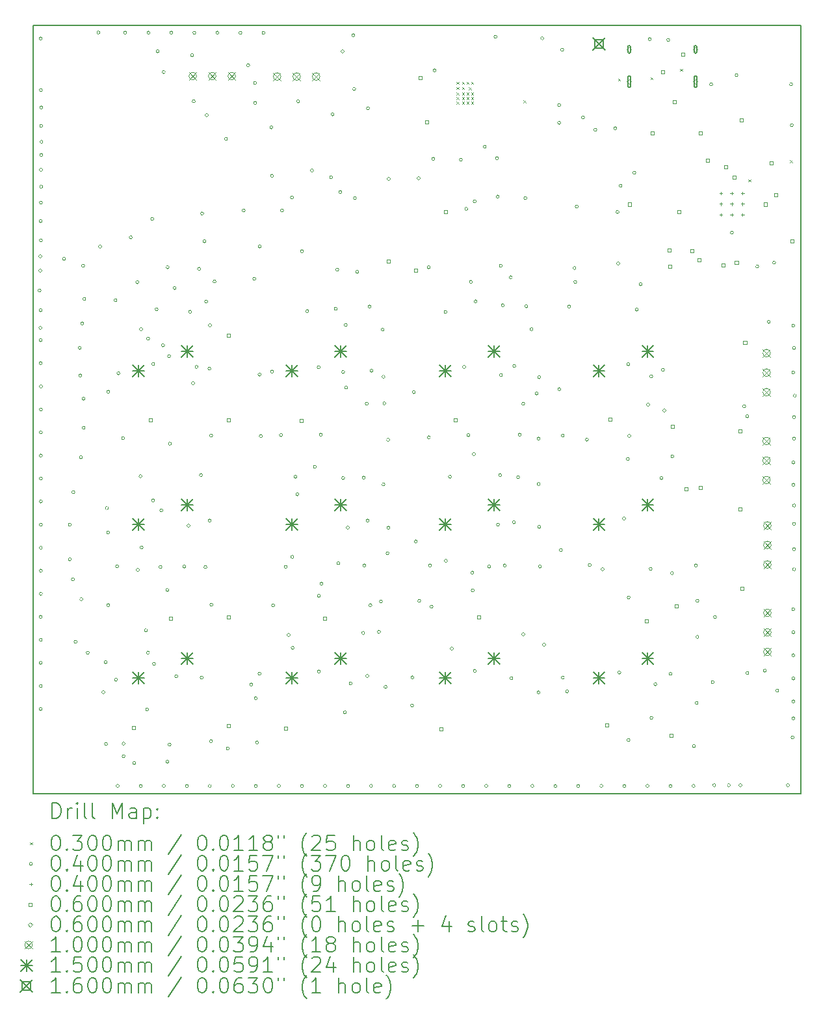
<source format=gbr>
%FSLAX45Y45*%
G04 Gerber Fmt 4.5, Leading zero omitted, Abs format (unit mm)*
G04 Created by KiCad (PCBNEW (6.0.0)) date 2022-08-09 12:24:54*
%MOMM*%
%LPD*%
G01*
G04 APERTURE LIST*
%TA.AperFunction,Profile*%
%ADD10C,0.200000*%
%TD*%
%ADD11C,0.200000*%
%ADD12C,0.030000*%
%ADD13C,0.040000*%
%ADD14C,0.060000*%
%ADD15C,0.100000*%
%ADD16C,0.150000*%
%ADD17C,0.160000*%
G04 APERTURE END LIST*
D10*
X4000000Y-3000000D02*
X14000000Y-3000000D01*
X14000000Y-3000000D02*
X14000000Y-13000000D01*
X14000000Y-13000000D02*
X4000000Y-13000000D01*
X4000000Y-13000000D02*
X4000000Y-3000000D01*
D11*
D12*
X9515000Y-3735000D02*
X9545000Y-3765000D01*
X9545000Y-3735000D02*
X9515000Y-3765000D01*
X9515000Y-3805000D02*
X9545000Y-3835000D01*
X9545000Y-3805000D02*
X9515000Y-3835000D01*
X9515000Y-3875000D02*
X9545000Y-3905000D01*
X9545000Y-3875000D02*
X9515000Y-3905000D01*
X9515000Y-3935000D02*
X9545000Y-3965000D01*
X9545000Y-3935000D02*
X9515000Y-3965000D01*
X9515000Y-3995000D02*
X9545000Y-4025000D01*
X9545000Y-3995000D02*
X9515000Y-4025000D01*
X9585000Y-3735000D02*
X9615000Y-3765000D01*
X9615000Y-3735000D02*
X9585000Y-3765000D01*
X9585000Y-3805000D02*
X9615000Y-3835000D01*
X9615000Y-3805000D02*
X9585000Y-3835000D01*
X9585000Y-3875000D02*
X9615000Y-3905000D01*
X9615000Y-3875000D02*
X9585000Y-3905000D01*
X9585000Y-3935000D02*
X9615000Y-3965000D01*
X9615000Y-3935000D02*
X9585000Y-3965000D01*
X9585000Y-3995000D02*
X9615000Y-4025000D01*
X9615000Y-3995000D02*
X9585000Y-4025000D01*
X9645000Y-3735000D02*
X9675000Y-3765000D01*
X9675000Y-3735000D02*
X9645000Y-3765000D01*
X9645000Y-3875000D02*
X9675000Y-3905000D01*
X9675000Y-3875000D02*
X9645000Y-3905000D01*
X9645000Y-3935000D02*
X9675000Y-3965000D01*
X9675000Y-3935000D02*
X9645000Y-3965000D01*
X9645000Y-3995000D02*
X9675000Y-4025000D01*
X9675000Y-3995000D02*
X9645000Y-4025000D01*
X9675700Y-3808500D02*
X9705700Y-3838500D01*
X9705700Y-3808500D02*
X9675700Y-3838500D01*
X9705000Y-3735000D02*
X9735000Y-3765000D01*
X9735000Y-3735000D02*
X9705000Y-3765000D01*
X9705000Y-3875000D02*
X9735000Y-3905000D01*
X9735000Y-3875000D02*
X9705000Y-3905000D01*
X9705000Y-3935000D02*
X9735000Y-3965000D01*
X9735000Y-3935000D02*
X9705000Y-3965000D01*
X9705000Y-3995000D02*
X9735000Y-4025000D01*
X9735000Y-3995000D02*
X9705000Y-4025000D01*
X10385000Y-3975000D02*
X10415000Y-4005000D01*
X10415000Y-3975000D02*
X10385000Y-4005000D01*
X11615000Y-3695000D02*
X11645000Y-3725000D01*
X11645000Y-3695000D02*
X11615000Y-3725000D01*
X12041600Y-3676600D02*
X12071600Y-3706600D01*
X12071600Y-3676600D02*
X12041600Y-3706600D01*
X12423350Y-3567352D02*
X12453350Y-3597352D01*
X12453350Y-3567352D02*
X12423350Y-3597352D01*
X13315000Y-5005000D02*
X13345000Y-5035000D01*
X13345000Y-5005000D02*
X13315000Y-5035000D01*
X13855000Y-4755000D02*
X13885000Y-4785000D01*
X13885000Y-4755000D02*
X13855000Y-4785000D01*
D13*
X4101900Y-6452700D02*
G75*
G03*
X4101900Y-6452700I-20000J0D01*
G01*
X4111800Y-6192900D02*
G75*
G03*
X4111800Y-6192900I-20000J0D01*
G01*
X4112600Y-6006500D02*
G75*
G03*
X4112600Y-6006500I-20000J0D01*
G01*
X4113500Y-6938400D02*
G75*
G03*
X4113500Y-6938400I-20000J0D01*
G01*
X4115900Y-6707500D02*
G75*
G03*
X4115900Y-6707500I-20000J0D01*
G01*
X4116300Y-3173000D02*
G75*
G03*
X4116300Y-3173000I-20000J0D01*
G01*
X4116400Y-5548500D02*
G75*
G03*
X4116400Y-5548500I-20000J0D01*
G01*
X4117475Y-10698452D02*
G75*
G03*
X4117475Y-10698452I-20000J0D01*
G01*
X4117475Y-10998856D02*
G75*
G03*
X4117475Y-10998856I-20000J0D01*
G01*
X4117475Y-11298620D02*
G75*
G03*
X4117475Y-11298620I-20000J0D01*
G01*
X4117475Y-11599024D02*
G75*
G03*
X4117475Y-11599024I-20000J0D01*
G01*
X4117475Y-11899428D02*
G75*
G03*
X4117475Y-11899428I-20000J0D01*
G01*
X4117762Y-7098452D02*
G75*
G03*
X4117762Y-7098452I-20000J0D01*
G01*
X4117762Y-7397593D02*
G75*
G03*
X4117762Y-7397593I-20000J0D01*
G01*
X4119024Y-8299596D02*
G75*
G03*
X4119024Y-8299596I-20000J0D01*
G01*
X4119024Y-8600000D02*
G75*
G03*
X4119024Y-8600000I-20000J0D01*
G01*
X4119024Y-8897879D02*
G75*
G03*
X4119024Y-8897879I-20000J0D01*
G01*
X4119024Y-9198283D02*
G75*
G03*
X4119024Y-9198283I-20000J0D01*
G01*
X4119024Y-9499596D02*
G75*
G03*
X4119024Y-9499596I-20000J0D01*
G01*
X4119024Y-9800000D02*
G75*
G03*
X4119024Y-9800000I-20000J0D01*
G01*
X4119024Y-10097879D02*
G75*
G03*
X4119024Y-10097879I-20000J0D01*
G01*
X4120000Y-3843200D02*
G75*
G03*
X4120000Y-3843200I-20000J0D01*
G01*
X4120000Y-7700000D02*
G75*
G03*
X4120000Y-7700000I-20000J0D01*
G01*
X4120000Y-8000000D02*
G75*
G03*
X4120000Y-8000000I-20000J0D01*
G01*
X4120000Y-10400000D02*
G75*
G03*
X4120000Y-10400000I-20000J0D01*
G01*
X4120100Y-4882000D02*
G75*
G03*
X4120100Y-4882000I-20000J0D01*
G01*
X4120100Y-5306500D02*
G75*
G03*
X4120100Y-5306500I-20000J0D01*
G01*
X4120100Y-5798000D02*
G75*
G03*
X4120100Y-5798000I-20000J0D01*
G01*
X4123800Y-4070300D02*
G75*
G03*
X4123800Y-4070300I-20000J0D01*
G01*
X4123800Y-4308600D02*
G75*
G03*
X4123800Y-4308600I-20000J0D01*
G01*
X4123800Y-4688400D02*
G75*
G03*
X4123800Y-4688400I-20000J0D01*
G01*
X4123800Y-5101700D02*
G75*
G03*
X4123800Y-5101700I-20000J0D01*
G01*
X4127500Y-4517100D02*
G75*
G03*
X4127500Y-4517100I-20000J0D01*
G01*
X4420000Y-6040000D02*
G75*
G03*
X4420000Y-6040000I-20000J0D01*
G01*
X4495900Y-9498200D02*
G75*
G03*
X4495900Y-9498200I-20000J0D01*
G01*
X4495900Y-9950600D02*
G75*
G03*
X4495900Y-9950600I-20000J0D01*
G01*
X4537800Y-10210300D02*
G75*
G03*
X4537800Y-10210300I-20000J0D01*
G01*
X4542000Y-9075100D02*
G75*
G03*
X4542000Y-9075100I-20000J0D01*
G01*
X4571300Y-11022900D02*
G75*
G03*
X4571300Y-11022900I-20000J0D01*
G01*
X4625700Y-7198500D02*
G75*
G03*
X4625700Y-7198500I-20000J0D01*
G01*
X4634100Y-7558700D02*
G75*
G03*
X4634100Y-7558700I-20000J0D01*
G01*
X4642500Y-8622700D02*
G75*
G03*
X4642500Y-8622700I-20000J0D01*
G01*
X4646700Y-10470000D02*
G75*
G03*
X4646700Y-10470000I-20000J0D01*
G01*
X4659200Y-6880200D02*
G75*
G03*
X4659200Y-6880200I-20000J0D01*
G01*
X4670000Y-6130000D02*
G75*
G03*
X4670000Y-6130000I-20000J0D01*
G01*
X4676000Y-7860300D02*
G75*
G03*
X4676000Y-7860300I-20000J0D01*
G01*
X4676000Y-8237300D02*
G75*
G03*
X4676000Y-8237300I-20000J0D01*
G01*
X4684400Y-6561800D02*
G75*
G03*
X4684400Y-6561800I-20000J0D01*
G01*
X4730500Y-11165300D02*
G75*
G03*
X4730500Y-11165300I-20000J0D01*
G01*
X4868400Y-3094800D02*
G75*
G03*
X4868400Y-3094800I-20000J0D01*
G01*
X4890000Y-5880000D02*
G75*
G03*
X4890000Y-5880000I-20000J0D01*
G01*
X4934500Y-11679600D02*
G75*
G03*
X4934500Y-11679600I-20000J0D01*
G01*
X4962400Y-11288700D02*
G75*
G03*
X4962400Y-11288700I-20000J0D01*
G01*
X4968000Y-12355400D02*
G75*
G03*
X4968000Y-12355400I-20000J0D01*
G01*
X4979100Y-9283600D02*
G75*
G03*
X4979100Y-9283600I-20000J0D01*
G01*
X4995900Y-7770100D02*
G75*
G03*
X4995900Y-7770100I-20000J0D01*
G01*
X4995900Y-9602000D02*
G75*
G03*
X4995900Y-9602000I-20000J0D01*
G01*
X4995900Y-10545900D02*
G75*
G03*
X4995900Y-10545900I-20000J0D01*
G01*
X5090600Y-6578700D02*
G75*
G03*
X5090600Y-6578700I-20000J0D01*
G01*
X5096400Y-11517700D02*
G75*
G03*
X5096400Y-11517700I-20000J0D01*
G01*
X5113200Y-10043200D02*
G75*
G03*
X5113200Y-10043200I-20000J0D01*
G01*
X5120000Y-12900000D02*
G75*
G03*
X5120000Y-12900000I-20000J0D01*
G01*
X5129900Y-7530000D02*
G75*
G03*
X5129900Y-7530000I-20000J0D01*
G01*
X5191400Y-8373300D02*
G75*
G03*
X5191400Y-8373300I-20000J0D01*
G01*
X5197000Y-12349800D02*
G75*
G03*
X5197000Y-12349800I-20000J0D01*
G01*
X5197000Y-12511800D02*
G75*
G03*
X5197000Y-12511800I-20000J0D01*
G01*
X5217072Y-3096903D02*
G75*
G03*
X5217072Y-3096903I-20000J0D01*
G01*
X5290000Y-5760000D02*
G75*
G03*
X5290000Y-5760000I-20000J0D01*
G01*
X5336600Y-12601200D02*
G75*
G03*
X5336600Y-12601200I-20000J0D01*
G01*
X5375500Y-6344100D02*
G75*
G03*
X5375500Y-6344100I-20000J0D01*
G01*
X5381300Y-10087900D02*
G75*
G03*
X5381300Y-10087900I-20000J0D01*
G01*
X5417400Y-8869900D02*
G75*
G03*
X5417400Y-8869900I-20000J0D01*
G01*
X5420000Y-12900000D02*
G75*
G03*
X5420000Y-12900000I-20000J0D01*
G01*
X5425700Y-6955700D02*
G75*
G03*
X5425700Y-6955700I-20000J0D01*
G01*
X5431500Y-9797500D02*
G75*
G03*
X5431500Y-9797500I-20000J0D01*
G01*
X5487400Y-10875400D02*
G75*
G03*
X5487400Y-10875400I-20000J0D01*
G01*
X5504100Y-11903000D02*
G75*
G03*
X5504100Y-11903000I-20000J0D01*
G01*
X5515300Y-7077600D02*
G75*
G03*
X5515300Y-7077600I-20000J0D01*
G01*
X5515300Y-11165800D02*
G75*
G03*
X5515300Y-11165800I-20000J0D01*
G01*
X5520000Y-3096903D02*
G75*
G03*
X5520000Y-3096903I-20000J0D01*
G01*
X5570000Y-5520000D02*
G75*
G03*
X5570000Y-5520000I-20000J0D01*
G01*
X5582300Y-7407100D02*
G75*
G03*
X5582300Y-7407100I-20000J0D01*
G01*
X5582300Y-9183100D02*
G75*
G03*
X5582300Y-9183100I-20000J0D01*
G01*
X5593500Y-11311000D02*
G75*
G03*
X5593500Y-11311000I-20000J0D01*
G01*
X5626800Y-6696000D02*
G75*
G03*
X5626800Y-6696000I-20000J0D01*
G01*
X5640000Y-3340000D02*
G75*
G03*
X5640000Y-3340000I-20000J0D01*
G01*
X5677300Y-10048800D02*
G75*
G03*
X5677300Y-10048800I-20000J0D01*
G01*
X5688400Y-9311600D02*
G75*
G03*
X5688400Y-9311600I-20000J0D01*
G01*
X5710600Y-7165100D02*
G75*
G03*
X5710600Y-7165100I-20000J0D01*
G01*
X5720000Y-3610000D02*
G75*
G03*
X5720000Y-3610000I-20000J0D01*
G01*
X5720000Y-12900000D02*
G75*
G03*
X5720000Y-12900000I-20000J0D01*
G01*
X5766600Y-10350400D02*
G75*
G03*
X5766600Y-10350400I-20000J0D01*
G01*
X5766600Y-12584400D02*
G75*
G03*
X5766600Y-12584400I-20000J0D01*
G01*
X5770000Y-6150000D02*
G75*
G03*
X5770000Y-6150000I-20000J0D01*
G01*
X5789000Y-7306600D02*
G75*
G03*
X5789000Y-7306600I-20000J0D01*
G01*
X5794600Y-12361000D02*
G75*
G03*
X5794600Y-12361000I-20000J0D01*
G01*
X5800200Y-8445900D02*
G75*
G03*
X5800200Y-8445900I-20000J0D01*
G01*
X5819142Y-3096903D02*
G75*
G03*
X5819142Y-3096903I-20000J0D01*
G01*
X5861400Y-6419500D02*
G75*
G03*
X5861400Y-6419500I-20000J0D01*
G01*
X5883900Y-11473000D02*
G75*
G03*
X5883900Y-11473000I-20000J0D01*
G01*
X5987200Y-10045100D02*
G75*
G03*
X5987200Y-10045100I-20000J0D01*
G01*
X6020000Y-12900000D02*
G75*
G03*
X6020000Y-12900000I-20000J0D01*
G01*
X6043100Y-9512600D02*
G75*
G03*
X6043100Y-9512600I-20000J0D01*
G01*
X6062400Y-6729500D02*
G75*
G03*
X6062400Y-6729500I-20000J0D01*
G01*
X6090000Y-3390000D02*
G75*
G03*
X6090000Y-3390000I-20000J0D01*
G01*
X6101700Y-7658400D02*
G75*
G03*
X6101700Y-7658400I-20000J0D01*
G01*
X6110000Y-3990000D02*
G75*
G03*
X6110000Y-3990000I-20000J0D01*
G01*
X6118283Y-3096903D02*
G75*
G03*
X6118283Y-3096903I-20000J0D01*
G01*
X6146400Y-7446200D02*
G75*
G03*
X6146400Y-7446200I-20000J0D01*
G01*
X6180000Y-6170000D02*
G75*
G03*
X6180000Y-6170000I-20000J0D01*
G01*
X6204900Y-8853200D02*
G75*
G03*
X6204900Y-8853200I-20000J0D01*
G01*
X6213400Y-11489700D02*
G75*
G03*
X6213400Y-11489700I-20000J0D01*
G01*
X6220000Y-5450000D02*
G75*
G03*
X6220000Y-5450000I-20000J0D01*
G01*
X6250000Y-5810000D02*
G75*
G03*
X6250000Y-5810000I-20000J0D01*
G01*
X6262800Y-10052500D02*
G75*
G03*
X6262800Y-10052500I-20000J0D01*
G01*
X6271900Y-6595400D02*
G75*
G03*
X6271900Y-6595400I-20000J0D01*
G01*
X6280000Y-4170000D02*
G75*
G03*
X6280000Y-4170000I-20000J0D01*
G01*
X6314000Y-7468600D02*
G75*
G03*
X6314000Y-7468600I-20000J0D01*
G01*
X6318600Y-9445600D02*
G75*
G03*
X6318600Y-9445600I-20000J0D01*
G01*
X6320000Y-12900000D02*
G75*
G03*
X6320000Y-12900000I-20000J0D01*
G01*
X6322100Y-6905400D02*
G75*
G03*
X6322100Y-6905400I-20000J0D01*
G01*
X6336300Y-8339800D02*
G75*
G03*
X6336300Y-8339800I-20000J0D01*
G01*
X6336300Y-12316300D02*
G75*
G03*
X6336300Y-12316300I-20000J0D01*
G01*
X6340900Y-10540300D02*
G75*
G03*
X6340900Y-10540300I-20000J0D01*
G01*
X6380800Y-6335700D02*
G75*
G03*
X6380800Y-6335700I-20000J0D01*
G01*
X6417425Y-3096903D02*
G75*
G03*
X6417425Y-3096903I-20000J0D01*
G01*
X6530000Y-4480000D02*
G75*
G03*
X6530000Y-4480000I-20000J0D01*
G01*
X6554100Y-12411300D02*
G75*
G03*
X6554100Y-12411300I-20000J0D01*
G01*
X6620000Y-12900000D02*
G75*
G03*
X6620000Y-12900000I-20000J0D01*
G01*
X6718755Y-3098755D02*
G75*
G03*
X6718755Y-3098755I-20000J0D01*
G01*
X6760000Y-5410000D02*
G75*
G03*
X6760000Y-5410000I-20000J0D01*
G01*
X6820000Y-3520000D02*
G75*
G03*
X6820000Y-3520000I-20000J0D01*
G01*
X6861300Y-11579100D02*
G75*
G03*
X6861300Y-11579100I-20000J0D01*
G01*
X6900000Y-6300000D02*
G75*
G03*
X6900000Y-6300000I-20000J0D01*
G01*
X6910000Y-3750000D02*
G75*
G03*
X6910000Y-3750000I-20000J0D01*
G01*
X6910000Y-4010000D02*
G75*
G03*
X6910000Y-4010000I-20000J0D01*
G01*
X6917200Y-11757800D02*
G75*
G03*
X6917200Y-11757800I-20000J0D01*
G01*
X6920000Y-12900000D02*
G75*
G03*
X6920000Y-12900000I-20000J0D01*
G01*
X6933900Y-12333100D02*
G75*
G03*
X6933900Y-12333100I-20000J0D01*
G01*
X6967400Y-7546700D02*
G75*
G03*
X6967400Y-7546700I-20000J0D01*
G01*
X6967400Y-11439500D02*
G75*
G03*
X6967400Y-11439500I-20000J0D01*
G01*
X6970000Y-5880000D02*
G75*
G03*
X6970000Y-5880000I-20000J0D01*
G01*
X6984200Y-8345400D02*
G75*
G03*
X6984200Y-8345400I-20000J0D01*
G01*
X7020000Y-3098755D02*
G75*
G03*
X7020000Y-3098755I-20000J0D01*
G01*
X7120000Y-4330000D02*
G75*
G03*
X7120000Y-4330000I-20000J0D01*
G01*
X7129400Y-7507600D02*
G75*
G03*
X7129400Y-7507600I-20000J0D01*
G01*
X7130000Y-4960000D02*
G75*
G03*
X7130000Y-4960000I-20000J0D01*
G01*
X7145200Y-10551500D02*
G75*
G03*
X7145200Y-10551500I-20000J0D01*
G01*
X7220000Y-12900000D02*
G75*
G03*
X7220000Y-12900000I-20000J0D01*
G01*
X7246700Y-8334200D02*
G75*
G03*
X7246700Y-8334200I-20000J0D01*
G01*
X7260000Y-5410000D02*
G75*
G03*
X7260000Y-5410000I-20000J0D01*
G01*
X7309000Y-10048800D02*
G75*
G03*
X7309000Y-10048800I-20000J0D01*
G01*
X7346300Y-10935000D02*
G75*
G03*
X7346300Y-10935000I-20000J0D01*
G01*
X7390000Y-5240000D02*
G75*
G03*
X7390000Y-5240000I-20000J0D01*
G01*
X7394700Y-9918500D02*
G75*
G03*
X7394700Y-9918500I-20000J0D01*
G01*
X7398400Y-11102500D02*
G75*
G03*
X7398400Y-11102500I-20000J0D01*
G01*
X7436600Y-8876000D02*
G75*
G03*
X7436600Y-8876000I-20000J0D01*
G01*
X7458900Y-9105000D02*
G75*
G03*
X7458900Y-9105000I-20000J0D01*
G01*
X7470000Y-3990000D02*
G75*
G03*
X7470000Y-3990000I-20000J0D01*
G01*
X7520000Y-5940000D02*
G75*
G03*
X7520000Y-5940000I-20000J0D01*
G01*
X7520000Y-12900000D02*
G75*
G03*
X7520000Y-12900000I-20000J0D01*
G01*
X7590000Y-6720000D02*
G75*
G03*
X7590000Y-6720000I-20000J0D01*
G01*
X7650000Y-4890000D02*
G75*
G03*
X7650000Y-4890000I-20000J0D01*
G01*
X7687900Y-8747500D02*
G75*
G03*
X7687900Y-8747500I-20000J0D01*
G01*
X7738200Y-7451800D02*
G75*
G03*
X7738200Y-7451800I-20000J0D01*
G01*
X7740900Y-10424900D02*
G75*
G03*
X7740900Y-10424900I-20000J0D01*
G01*
X7741000Y-11409600D02*
G75*
G03*
X7741000Y-11409600I-20000J0D01*
G01*
X7766100Y-8328600D02*
G75*
G03*
X7766100Y-8328600I-20000J0D01*
G01*
X7774400Y-10268500D02*
G75*
G03*
X7774400Y-10268500I-20000J0D01*
G01*
X7820000Y-12900000D02*
G75*
G03*
X7820000Y-12900000I-20000J0D01*
G01*
X7900000Y-4980000D02*
G75*
G03*
X7900000Y-4980000I-20000J0D01*
G01*
X7920000Y-4160000D02*
G75*
G03*
X7920000Y-4160000I-20000J0D01*
G01*
X7960000Y-6690000D02*
G75*
G03*
X7960000Y-6690000I-20000J0D01*
G01*
X7980000Y-6180000D02*
G75*
G03*
X7980000Y-6180000I-20000J0D01*
G01*
X7994100Y-10000400D02*
G75*
G03*
X7994100Y-10000400I-20000J0D01*
G01*
X8020000Y-5170000D02*
G75*
G03*
X8020000Y-5170000I-20000J0D01*
G01*
X8050000Y-3340000D02*
G75*
G03*
X8050000Y-3340000I-20000J0D01*
G01*
X8056500Y-7513200D02*
G75*
G03*
X8056500Y-7513200I-20000J0D01*
G01*
X8056500Y-8892700D02*
G75*
G03*
X8056500Y-8892700I-20000J0D01*
G01*
X8079800Y-11942100D02*
G75*
G03*
X8079800Y-11942100I-20000J0D01*
G01*
X8090000Y-6900000D02*
G75*
G03*
X8090000Y-6900000I-20000J0D01*
G01*
X8095600Y-7714300D02*
G75*
G03*
X8095600Y-7714300I-20000J0D01*
G01*
X8117000Y-9538700D02*
G75*
G03*
X8117000Y-9538700I-20000J0D01*
G01*
X8120000Y-12900000D02*
G75*
G03*
X8120000Y-12900000I-20000J0D01*
G01*
X8154300Y-11566000D02*
G75*
G03*
X8154300Y-11566000I-20000J0D01*
G01*
X8190000Y-3130000D02*
G75*
G03*
X8190000Y-3130000I-20000J0D01*
G01*
X8200000Y-3830000D02*
G75*
G03*
X8200000Y-3830000I-20000J0D01*
G01*
X8210000Y-5250000D02*
G75*
G03*
X8210000Y-5250000I-20000J0D01*
G01*
X8240000Y-6210000D02*
G75*
G03*
X8240000Y-6210000I-20000J0D01*
G01*
X8318100Y-10908900D02*
G75*
G03*
X8318100Y-10908900I-20000J0D01*
G01*
X8324600Y-8887200D02*
G75*
G03*
X8324600Y-8887200I-20000J0D01*
G01*
X8332900Y-10030200D02*
G75*
G03*
X8332900Y-10030200I-20000J0D01*
G01*
X8363700Y-7926500D02*
G75*
G03*
X8363700Y-7926500I-20000J0D01*
G01*
X8370200Y-11469200D02*
G75*
G03*
X8370200Y-11469200I-20000J0D01*
G01*
X8373900Y-9445600D02*
G75*
G03*
X8373900Y-9445600I-20000J0D01*
G01*
X8380000Y-4080000D02*
G75*
G03*
X8380000Y-4080000I-20000J0D01*
G01*
X8400000Y-6660000D02*
G75*
G03*
X8400000Y-6660000I-20000J0D01*
G01*
X8411100Y-10547700D02*
G75*
G03*
X8411100Y-10547700I-20000J0D01*
G01*
X8420000Y-12900000D02*
G75*
G03*
X8420000Y-12900000I-20000J0D01*
G01*
X8425100Y-7496500D02*
G75*
G03*
X8425100Y-7496500I-20000J0D01*
G01*
X8522800Y-10894000D02*
G75*
G03*
X8522800Y-10894000I-20000J0D01*
G01*
X8548900Y-10499300D02*
G75*
G03*
X8548900Y-10499300I-20000J0D01*
G01*
X8570000Y-6960000D02*
G75*
G03*
X8570000Y-6960000I-20000J0D01*
G01*
X8581500Y-7574700D02*
G75*
G03*
X8581500Y-7574700I-20000J0D01*
G01*
X8581500Y-8976500D02*
G75*
G03*
X8581500Y-8976500I-20000J0D01*
G01*
X8592700Y-7920900D02*
G75*
G03*
X8592700Y-7920900I-20000J0D01*
G01*
X8608500Y-11610700D02*
G75*
G03*
X8608500Y-11610700I-20000J0D01*
G01*
X8634500Y-9870100D02*
G75*
G03*
X8634500Y-9870100I-20000J0D01*
G01*
X8642900Y-8395700D02*
G75*
G03*
X8642900Y-8395700I-20000J0D01*
G01*
X8645700Y-9538700D02*
G75*
G03*
X8645700Y-9538700I-20000J0D01*
G01*
X8650000Y-5000000D02*
G75*
G03*
X8650000Y-5000000I-20000J0D01*
G01*
X8720000Y-12900000D02*
G75*
G03*
X8720000Y-12900000I-20000J0D01*
G01*
X8954800Y-11852700D02*
G75*
G03*
X8954800Y-11852700I-20000J0D01*
G01*
X8958500Y-11487800D02*
G75*
G03*
X8958500Y-11487800I-20000J0D01*
G01*
X8978000Y-7775700D02*
G75*
G03*
X8978000Y-7775700I-20000J0D01*
G01*
X9003200Y-9717400D02*
G75*
G03*
X9003200Y-9717400I-20000J0D01*
G01*
X9020000Y-12900000D02*
G75*
G03*
X9020000Y-12900000I-20000J0D01*
G01*
X9040000Y-4990000D02*
G75*
G03*
X9040000Y-4990000I-20000J0D01*
G01*
X9047800Y-10491900D02*
G75*
G03*
X9047800Y-10491900I-20000J0D01*
G01*
X9170000Y-6150000D02*
G75*
G03*
X9170000Y-6150000I-20000J0D01*
G01*
X9173500Y-8362200D02*
G75*
G03*
X9173500Y-8362200I-20000J0D01*
G01*
X9189300Y-10030200D02*
G75*
G03*
X9189300Y-10030200I-20000J0D01*
G01*
X9207900Y-10566300D02*
G75*
G03*
X9207900Y-10566300I-20000J0D01*
G01*
X9230000Y-4740000D02*
G75*
G03*
X9230000Y-4740000I-20000J0D01*
G01*
X9246700Y-3587600D02*
G75*
G03*
X9246700Y-3587600I-20000J0D01*
G01*
X9320000Y-12900000D02*
G75*
G03*
X9320000Y-12900000I-20000J0D01*
G01*
X9390000Y-6730000D02*
G75*
G03*
X9390000Y-6730000I-20000J0D01*
G01*
X9394100Y-9970600D02*
G75*
G03*
X9394100Y-9970600I-20000J0D01*
G01*
X9447200Y-8876000D02*
G75*
G03*
X9447200Y-8876000I-20000J0D01*
G01*
X9472300Y-11113700D02*
G75*
G03*
X9472300Y-11113700I-20000J0D01*
G01*
X9590000Y-4750000D02*
G75*
G03*
X9590000Y-4750000I-20000J0D01*
G01*
X9620000Y-12900000D02*
G75*
G03*
X9620000Y-12900000I-20000J0D01*
G01*
X9631500Y-7446200D02*
G75*
G03*
X9631500Y-7446200I-20000J0D01*
G01*
X9660000Y-5390000D02*
G75*
G03*
X9660000Y-5390000I-20000J0D01*
G01*
X9687400Y-8334200D02*
G75*
G03*
X9687400Y-8334200I-20000J0D01*
G01*
X9720000Y-6340000D02*
G75*
G03*
X9720000Y-6340000I-20000J0D01*
G01*
X9740400Y-10123300D02*
G75*
G03*
X9740400Y-10123300I-20000J0D01*
G01*
X9744100Y-10354100D02*
G75*
G03*
X9744100Y-10354100I-20000J0D01*
G01*
X9760000Y-8580000D02*
G75*
G03*
X9760000Y-8580000I-20000J0D01*
G01*
X9770000Y-5290000D02*
G75*
G03*
X9770000Y-5290000I-20000J0D01*
G01*
X9770200Y-11402200D02*
G75*
G03*
X9770200Y-11402200I-20000J0D01*
G01*
X9782300Y-6593300D02*
G75*
G03*
X9782300Y-6593300I-20000J0D01*
G01*
X9900000Y-4580000D02*
G75*
G03*
X9900000Y-4580000I-20000J0D01*
G01*
X9920000Y-12900000D02*
G75*
G03*
X9920000Y-12900000I-20000J0D01*
G01*
X9958200Y-10045000D02*
G75*
G03*
X9958200Y-10045000I-20000J0D01*
G01*
X10040000Y-3150000D02*
G75*
G03*
X10040000Y-3150000I-20000J0D01*
G01*
X10060000Y-4730000D02*
G75*
G03*
X10060000Y-4730000I-20000J0D01*
G01*
X10070000Y-5230000D02*
G75*
G03*
X10070000Y-5230000I-20000J0D01*
G01*
X10073600Y-9497700D02*
G75*
G03*
X10073600Y-9497700I-20000J0D01*
G01*
X10100600Y-8853600D02*
G75*
G03*
X10100600Y-8853600I-20000J0D01*
G01*
X10110000Y-6130000D02*
G75*
G03*
X10110000Y-6130000I-20000J0D01*
G01*
X10111800Y-7552300D02*
G75*
G03*
X10111800Y-7552300I-20000J0D01*
G01*
X10134100Y-6643500D02*
G75*
G03*
X10134100Y-6643500I-20000J0D01*
G01*
X10159300Y-10030100D02*
G75*
G03*
X10159300Y-10030100I-20000J0D01*
G01*
X10220000Y-12900000D02*
G75*
G03*
X10220000Y-12900000I-20000J0D01*
G01*
X10240000Y-6280000D02*
G75*
G03*
X10240000Y-6280000I-20000J0D01*
G01*
X10246800Y-11499000D02*
G75*
G03*
X10246800Y-11499000I-20000J0D01*
G01*
X10282100Y-9467900D02*
G75*
G03*
X10282100Y-9467900I-20000J0D01*
G01*
X10285000Y-7435000D02*
G75*
G03*
X10285000Y-7435000I-20000J0D01*
G01*
X10335200Y-8881600D02*
G75*
G03*
X10335200Y-8881600I-20000J0D01*
G01*
X10357600Y-8328600D02*
G75*
G03*
X10357600Y-8328600I-20000J0D01*
G01*
X10402200Y-7926500D02*
G75*
G03*
X10402200Y-7926500I-20000J0D01*
G01*
X10403100Y-10927500D02*
G75*
G03*
X10403100Y-10927500I-20000J0D01*
G01*
X10430000Y-5250000D02*
G75*
G03*
X10430000Y-5250000I-20000J0D01*
G01*
X10443200Y-6657600D02*
G75*
G03*
X10443200Y-6657600I-20000J0D01*
G01*
X10510200Y-6955500D02*
G75*
G03*
X10510200Y-6955500I-20000J0D01*
G01*
X10520000Y-12900000D02*
G75*
G03*
X10520000Y-12900000I-20000J0D01*
G01*
X10575400Y-7792500D02*
G75*
G03*
X10575400Y-7792500I-20000J0D01*
G01*
X10600500Y-11681400D02*
G75*
G03*
X10600500Y-11681400I-20000J0D01*
G01*
X10603300Y-8378900D02*
G75*
G03*
X10603300Y-8378900I-20000J0D01*
G01*
X10603300Y-8970900D02*
G75*
G03*
X10603300Y-8970900I-20000J0D01*
G01*
X10608900Y-7580300D02*
G75*
G03*
X10608900Y-7580300I-20000J0D01*
G01*
X10609800Y-9527400D02*
G75*
G03*
X10609800Y-9527400I-20000J0D01*
G01*
X10621000Y-10045000D02*
G75*
G03*
X10621000Y-10045000I-20000J0D01*
G01*
X10650000Y-3170000D02*
G75*
G03*
X10650000Y-3170000I-20000J0D01*
G01*
X10674900Y-11061600D02*
G75*
G03*
X10674900Y-11061600I-20000J0D01*
G01*
X10820000Y-12900000D02*
G75*
G03*
X10820000Y-12900000I-20000J0D01*
G01*
X10870000Y-4040000D02*
G75*
G03*
X10870000Y-4040000I-20000J0D01*
G01*
X10870000Y-4270000D02*
G75*
G03*
X10870000Y-4270000I-20000J0D01*
G01*
X10871400Y-7736600D02*
G75*
G03*
X10871400Y-7736600I-20000J0D01*
G01*
X10892800Y-9829000D02*
G75*
G03*
X10892800Y-9829000I-20000J0D01*
G01*
X10910000Y-3320000D02*
G75*
G03*
X10910000Y-3320000I-20000J0D01*
G01*
X10916100Y-8339800D02*
G75*
G03*
X10916100Y-8339800I-20000J0D01*
G01*
X10917000Y-11487800D02*
G75*
G03*
X10917000Y-11487800I-20000J0D01*
G01*
X10972900Y-11670300D02*
G75*
G03*
X10972900Y-11670300I-20000J0D01*
G01*
X11000000Y-6660000D02*
G75*
G03*
X11000000Y-6660000I-20000J0D01*
G01*
X11070000Y-6160000D02*
G75*
G03*
X11070000Y-6160000I-20000J0D01*
G01*
X11080000Y-6340000D02*
G75*
G03*
X11080000Y-6340000I-20000J0D01*
G01*
X11100000Y-5360000D02*
G75*
G03*
X11100000Y-5360000I-20000J0D01*
G01*
X11120000Y-12900000D02*
G75*
G03*
X11120000Y-12900000I-20000J0D01*
G01*
X11180000Y-4200000D02*
G75*
G03*
X11180000Y-4200000I-20000J0D01*
G01*
X11231600Y-8393700D02*
G75*
G03*
X11231600Y-8393700I-20000J0D01*
G01*
X11268800Y-10026400D02*
G75*
G03*
X11268800Y-10026400I-20000J0D01*
G01*
X11340000Y-4360000D02*
G75*
G03*
X11340000Y-4360000I-20000J0D01*
G01*
X11420000Y-12900000D02*
G75*
G03*
X11420000Y-12900000I-20000J0D01*
G01*
X11436400Y-10078500D02*
G75*
G03*
X11436400Y-10078500I-20000J0D01*
G01*
X11600000Y-4340000D02*
G75*
G03*
X11600000Y-4340000I-20000J0D01*
G01*
X11630000Y-5430000D02*
G75*
G03*
X11630000Y-5430000I-20000J0D01*
G01*
X11640000Y-6100000D02*
G75*
G03*
X11640000Y-6100000I-20000J0D01*
G01*
X11654200Y-11424500D02*
G75*
G03*
X11654200Y-11424500I-20000J0D01*
G01*
X11670000Y-5090000D02*
G75*
G03*
X11670000Y-5090000I-20000J0D01*
G01*
X11715600Y-9419500D02*
G75*
G03*
X11715600Y-9419500I-20000J0D01*
G01*
X11720000Y-12900000D02*
G75*
G03*
X11720000Y-12900000I-20000J0D01*
G01*
X11764100Y-8643200D02*
G75*
G03*
X11764100Y-8643200I-20000J0D01*
G01*
X11770000Y-7410000D02*
G75*
G03*
X11770000Y-7410000I-20000J0D01*
G01*
X11773400Y-12303200D02*
G75*
G03*
X11773400Y-12303200I-20000J0D01*
G01*
X11775200Y-10447100D02*
G75*
G03*
X11775200Y-10447100I-20000J0D01*
G01*
X11782700Y-8345300D02*
G75*
G03*
X11782700Y-8345300I-20000J0D01*
G01*
X11850000Y-4920000D02*
G75*
G03*
X11850000Y-4920000I-20000J0D01*
G01*
X11880000Y-6700000D02*
G75*
G03*
X11880000Y-6700000I-20000J0D01*
G01*
X11930000Y-6370000D02*
G75*
G03*
X11930000Y-6370000I-20000J0D01*
G01*
X12020000Y-12900000D02*
G75*
G03*
X12020000Y-12900000I-20000J0D01*
G01*
X12028400Y-7937600D02*
G75*
G03*
X12028400Y-7937600I-20000J0D01*
G01*
X12050000Y-3180000D02*
G75*
G03*
X12050000Y-3180000I-20000J0D01*
G01*
X12061900Y-10074800D02*
G75*
G03*
X12061900Y-10074800I-20000J0D01*
G01*
X12069400Y-7570900D02*
G75*
G03*
X12069400Y-7570900I-20000J0D01*
G01*
X12071300Y-12012800D02*
G75*
G03*
X12071300Y-12012800I-20000J0D01*
G01*
X12123400Y-11577200D02*
G75*
G03*
X12123400Y-11577200I-20000J0D01*
G01*
X12203400Y-8892700D02*
G75*
G03*
X12203400Y-8892700I-20000J0D01*
G01*
X12222000Y-7485200D02*
G75*
G03*
X12222000Y-7485200I-20000J0D01*
G01*
X12240600Y-8013900D02*
G75*
G03*
X12240600Y-8013900I-20000J0D01*
G01*
X12290000Y-3190000D02*
G75*
G03*
X12290000Y-3190000I-20000J0D01*
G01*
X12320000Y-12900000D02*
G75*
G03*
X12320000Y-12900000I-20000J0D01*
G01*
X12320700Y-11439400D02*
G75*
G03*
X12320700Y-11439400I-20000J0D01*
G01*
X12340000Y-10130000D02*
G75*
G03*
X12340000Y-10130000I-20000J0D01*
G01*
X12344900Y-8609700D02*
G75*
G03*
X12344900Y-8609700I-20000J0D01*
G01*
X12620000Y-12900000D02*
G75*
G03*
X12620000Y-12900000I-20000J0D01*
G01*
X12626000Y-12381400D02*
G75*
G03*
X12626000Y-12381400I-20000J0D01*
G01*
X12650000Y-10030000D02*
G75*
G03*
X12650000Y-10030000I-20000J0D01*
G01*
X12660000Y-11820000D02*
G75*
G03*
X12660000Y-11820000I-20000J0D01*
G01*
X12670000Y-10490000D02*
G75*
G03*
X12670000Y-10490000I-20000J0D01*
G01*
X12670000Y-10960000D02*
G75*
G03*
X12670000Y-10960000I-20000J0D01*
G01*
X12850000Y-3770000D02*
G75*
G03*
X12850000Y-3770000I-20000J0D01*
G01*
X12870000Y-11550000D02*
G75*
G03*
X12870000Y-11550000I-20000J0D01*
G01*
X12890000Y-12890000D02*
G75*
G03*
X12890000Y-12890000I-20000J0D01*
G01*
X12900000Y-10700000D02*
G75*
G03*
X12900000Y-10700000I-20000J0D01*
G01*
X13080000Y-12890000D02*
G75*
G03*
X13080000Y-12890000I-20000J0D01*
G01*
X13120000Y-5700000D02*
G75*
G03*
X13120000Y-5700000I-20000J0D01*
G01*
X13180000Y-3650000D02*
G75*
G03*
X13180000Y-3650000I-20000J0D01*
G01*
X13230000Y-12890000D02*
G75*
G03*
X13230000Y-12890000I-20000J0D01*
G01*
X13280000Y-7960000D02*
G75*
G03*
X13280000Y-7960000I-20000J0D01*
G01*
X13320000Y-8090000D02*
G75*
G03*
X13320000Y-8090000I-20000J0D01*
G01*
X13320000Y-11430000D02*
G75*
G03*
X13320000Y-11430000I-20000J0D01*
G01*
X13450000Y-6140000D02*
G75*
G03*
X13450000Y-6140000I-20000J0D01*
G01*
X13550000Y-11400000D02*
G75*
G03*
X13550000Y-11400000I-20000J0D01*
G01*
X13600000Y-6860000D02*
G75*
G03*
X13600000Y-6860000I-20000J0D01*
G01*
X13670000Y-6090000D02*
G75*
G03*
X13670000Y-6090000I-20000J0D01*
G01*
X13710000Y-11660000D02*
G75*
G03*
X13710000Y-11660000I-20000J0D01*
G01*
X13850000Y-12890000D02*
G75*
G03*
X13850000Y-12890000I-20000J0D01*
G01*
X13890000Y-3770000D02*
G75*
G03*
X13890000Y-3770000I-20000J0D01*
G01*
X13900000Y-4300000D02*
G75*
G03*
X13900000Y-4300000I-20000J0D01*
G01*
X13910000Y-12270000D02*
G75*
G03*
X13910000Y-12270000I-20000J0D01*
G01*
X13920000Y-6910000D02*
G75*
G03*
X13920000Y-6910000I-20000J0D01*
G01*
X13920000Y-7520000D02*
G75*
G03*
X13920000Y-7520000I-20000J0D01*
G01*
X13920000Y-8690000D02*
G75*
G03*
X13920000Y-8690000I-20000J0D01*
G01*
X13920000Y-8980000D02*
G75*
G03*
X13920000Y-8980000I-20000J0D01*
G01*
X13920000Y-10600000D02*
G75*
G03*
X13920000Y-10600000I-20000J0D01*
G01*
X13920000Y-10900000D02*
G75*
G03*
X13920000Y-10900000I-20000J0D01*
G01*
X13920000Y-11200000D02*
G75*
G03*
X13920000Y-11200000I-20000J0D01*
G01*
X13920000Y-11500000D02*
G75*
G03*
X13920000Y-11500000I-20000J0D01*
G01*
X13920000Y-11800000D02*
G75*
G03*
X13920000Y-11800000I-20000J0D01*
G01*
X13920000Y-12020000D02*
G75*
G03*
X13920000Y-12020000I-20000J0D01*
G01*
X13930000Y-7200000D02*
G75*
G03*
X13930000Y-7200000I-20000J0D01*
G01*
X13930000Y-8100000D02*
G75*
G03*
X13930000Y-8100000I-20000J0D01*
G01*
X13930000Y-8380000D02*
G75*
G03*
X13930000Y-8380000I-20000J0D01*
G01*
X13930000Y-9250000D02*
G75*
G03*
X13930000Y-9250000I-20000J0D01*
G01*
X13930000Y-9490000D02*
G75*
G03*
X13930000Y-9490000I-20000J0D01*
G01*
X13930000Y-9820000D02*
G75*
G03*
X13930000Y-9820000I-20000J0D01*
G01*
X13930000Y-10080000D02*
G75*
G03*
X13930000Y-10080000I-20000J0D01*
G01*
X13940000Y-7820000D02*
G75*
G03*
X13940000Y-7820000I-20000J0D01*
G01*
X12957600Y-5165100D02*
X12957600Y-5205100D01*
X12937600Y-5185100D02*
X12977600Y-5185100D01*
X12957600Y-5305100D02*
X12957600Y-5345100D01*
X12937600Y-5325100D02*
X12977600Y-5325100D01*
X12957600Y-5445100D02*
X12957600Y-5485100D01*
X12937600Y-5465100D02*
X12977600Y-5465100D01*
X13097600Y-5165100D02*
X13097600Y-5205100D01*
X13077600Y-5185100D02*
X13117600Y-5185100D01*
X13097600Y-5305100D02*
X13097600Y-5345100D01*
X13077600Y-5325100D02*
X13117600Y-5325100D01*
X13097600Y-5445100D02*
X13097600Y-5485100D01*
X13077600Y-5465100D02*
X13117600Y-5465100D01*
X13237600Y-5165100D02*
X13237600Y-5205100D01*
X13217600Y-5185100D02*
X13257600Y-5185100D01*
X13237600Y-5305100D02*
X13237600Y-5345100D01*
X13217600Y-5325100D02*
X13257600Y-5325100D01*
X13237600Y-5445100D02*
X13237600Y-5485100D01*
X13217600Y-5465100D02*
X13257600Y-5465100D01*
D14*
X5328313Y-12163213D02*
X5328313Y-12120787D01*
X5285887Y-12120787D01*
X5285887Y-12163213D01*
X5328313Y-12163213D01*
X5546113Y-8153813D02*
X5546113Y-8111387D01*
X5503687Y-8111387D01*
X5503687Y-8153813D01*
X5546113Y-8153813D01*
X5814013Y-10742513D02*
X5814013Y-10700087D01*
X5771587Y-10700087D01*
X5771587Y-10742513D01*
X5814013Y-10742513D01*
X6561313Y-12134113D02*
X6561313Y-12091687D01*
X6518887Y-12091687D01*
X6518887Y-12134113D01*
X6561313Y-12134113D01*
X6564013Y-10723113D02*
X6564013Y-10680687D01*
X6521587Y-10680687D01*
X6521587Y-10723113D01*
X6564013Y-10723113D01*
X6567413Y-7053713D02*
X6567413Y-7011287D01*
X6524987Y-7011287D01*
X6524987Y-7053713D01*
X6567413Y-7053713D01*
X6568513Y-8161613D02*
X6568513Y-8119187D01*
X6526087Y-8119187D01*
X6526087Y-8161613D01*
X6568513Y-8161613D01*
X7306913Y-12169713D02*
X7306913Y-12127287D01*
X7264487Y-12127287D01*
X7264487Y-12169713D01*
X7306913Y-12169713D01*
X7513813Y-8164613D02*
X7513813Y-8122187D01*
X7471387Y-8122187D01*
X7471387Y-8164613D01*
X7513813Y-8164613D01*
X7817013Y-10743113D02*
X7817013Y-10700687D01*
X7774587Y-10700687D01*
X7774587Y-10743113D01*
X7817013Y-10743113D01*
X8651213Y-6091213D02*
X8651213Y-6048787D01*
X8608787Y-6048787D01*
X8608787Y-6091213D01*
X8651213Y-6091213D01*
X9001213Y-6211213D02*
X9001213Y-6168787D01*
X8958787Y-6168787D01*
X8958787Y-6211213D01*
X9001213Y-6211213D01*
X9062413Y-3704013D02*
X9062413Y-3661587D01*
X9019987Y-3661587D01*
X9019987Y-3704013D01*
X9062413Y-3704013D01*
X9146313Y-4276813D02*
X9146313Y-4234387D01*
X9103887Y-4234387D01*
X9103887Y-4276813D01*
X9146313Y-4276813D01*
X9332013Y-12181213D02*
X9332013Y-12138787D01*
X9289587Y-12138787D01*
X9289587Y-12181213D01*
X9332013Y-12181213D01*
X9391213Y-5451213D02*
X9391213Y-5408787D01*
X9348787Y-5408787D01*
X9348787Y-5451213D01*
X9391213Y-5451213D01*
X9519513Y-8155013D02*
X9519513Y-8112587D01*
X9477087Y-8112587D01*
X9477087Y-8155013D01*
X9519513Y-8155013D01*
X9821313Y-10724713D02*
X9821313Y-10682287D01*
X9778887Y-10682287D01*
X9778887Y-10724713D01*
X9821313Y-10724713D01*
X11493913Y-12125313D02*
X11493913Y-12082887D01*
X11451487Y-12082887D01*
X11451487Y-12125313D01*
X11493913Y-12125313D01*
X11536713Y-8147613D02*
X11536713Y-8105187D01*
X11494287Y-8105187D01*
X11494287Y-8147613D01*
X11536713Y-8147613D01*
X11791213Y-5351213D02*
X11791213Y-5308787D01*
X11748787Y-5308787D01*
X11748787Y-5351213D01*
X11791213Y-5351213D01*
X12011213Y-10771713D02*
X12011213Y-10729287D01*
X11968787Y-10729287D01*
X11968787Y-10771713D01*
X12011213Y-10771713D01*
X12081213Y-4421213D02*
X12081213Y-4378787D01*
X12038787Y-4378787D01*
X12038787Y-4421213D01*
X12081213Y-4421213D01*
X12218813Y-3632013D02*
X12218813Y-3589587D01*
X12176387Y-3589587D01*
X12176387Y-3632013D01*
X12218813Y-3632013D01*
X12301213Y-5951213D02*
X12301213Y-5908787D01*
X12258787Y-5908787D01*
X12258787Y-5951213D01*
X12301213Y-5951213D01*
X12311213Y-6161213D02*
X12311213Y-6118787D01*
X12268787Y-6118787D01*
X12268787Y-6161213D01*
X12311213Y-6161213D01*
X12331613Y-12266913D02*
X12331613Y-12224487D01*
X12289187Y-12224487D01*
X12289187Y-12266913D01*
X12331613Y-12266913D01*
X12348413Y-8240213D02*
X12348413Y-8197787D01*
X12305987Y-8197787D01*
X12305987Y-8240213D01*
X12348413Y-8240213D01*
X12369763Y-4016713D02*
X12369763Y-3974287D01*
X12327337Y-3974287D01*
X12327337Y-4016713D01*
X12369763Y-4016713D01*
X12401913Y-10577713D02*
X12401913Y-10535287D01*
X12359487Y-10535287D01*
X12359487Y-10577713D01*
X12401913Y-10577713D01*
X12431213Y-5451213D02*
X12431213Y-5408787D01*
X12388787Y-5408787D01*
X12388787Y-5451213D01*
X12431213Y-5451213D01*
X12480313Y-3402113D02*
X12480313Y-3359687D01*
X12437887Y-3359687D01*
X12437887Y-3402113D01*
X12480313Y-3402113D01*
X12521213Y-9051213D02*
X12521213Y-9008787D01*
X12478787Y-9008787D01*
X12478787Y-9051213D01*
X12521213Y-9051213D01*
X12601213Y-5953763D02*
X12601213Y-5911337D01*
X12558787Y-5911337D01*
X12558787Y-5953763D01*
X12601213Y-5953763D01*
X12691213Y-6071213D02*
X12691213Y-6028787D01*
X12648787Y-6028787D01*
X12648787Y-6071213D01*
X12691213Y-6071213D01*
X12711213Y-4421213D02*
X12711213Y-4378787D01*
X12668787Y-4378787D01*
X12668787Y-4421213D01*
X12711213Y-4421213D01*
X12711213Y-9041213D02*
X12711213Y-8998787D01*
X12668787Y-8998787D01*
X12668787Y-9041213D01*
X12711213Y-9041213D01*
X12801213Y-4783763D02*
X12801213Y-4741337D01*
X12758787Y-4741337D01*
X12758787Y-4783763D01*
X12801213Y-4783763D01*
X13011213Y-6141213D02*
X13011213Y-6098787D01*
X12968787Y-6098787D01*
X12968787Y-6141213D01*
X13011213Y-6141213D01*
X13041213Y-4861213D02*
X13041213Y-4818787D01*
X12998787Y-4818787D01*
X12998787Y-4861213D01*
X13041213Y-4861213D01*
X13151213Y-5001213D02*
X13151213Y-4958787D01*
X13108787Y-4958787D01*
X13108787Y-5001213D01*
X13151213Y-5001213D01*
X13181213Y-6111213D02*
X13181213Y-6068787D01*
X13138787Y-6068787D01*
X13138787Y-6111213D01*
X13181213Y-6111213D01*
X13231213Y-8301213D02*
X13231213Y-8258787D01*
X13188787Y-8258787D01*
X13188787Y-8301213D01*
X13231213Y-8301213D01*
X13231213Y-9321213D02*
X13231213Y-9278787D01*
X13188787Y-9278787D01*
X13188787Y-9321213D01*
X13231213Y-9321213D01*
X13241213Y-4251213D02*
X13241213Y-4208787D01*
X13198787Y-4208787D01*
X13198787Y-4251213D01*
X13241213Y-4251213D01*
X13251213Y-10351213D02*
X13251213Y-10308787D01*
X13208787Y-10308787D01*
X13208787Y-10351213D01*
X13251213Y-10351213D01*
X13291213Y-7151213D02*
X13291213Y-7108787D01*
X13248787Y-7108787D01*
X13248787Y-7151213D01*
X13291213Y-7151213D01*
X13561213Y-5351213D02*
X13561213Y-5308787D01*
X13518787Y-5308787D01*
X13518787Y-5351213D01*
X13561213Y-5351213D01*
X13631213Y-4811213D02*
X13631213Y-4768787D01*
X13588787Y-4768787D01*
X13588787Y-4811213D01*
X13631213Y-4811213D01*
X13691213Y-5231213D02*
X13691213Y-5188787D01*
X13648787Y-5188787D01*
X13648787Y-5231213D01*
X13691213Y-5231213D01*
X13901213Y-5831213D02*
X13901213Y-5788787D01*
X13858787Y-5788787D01*
X13858787Y-5831213D01*
X13901213Y-5831213D01*
X11762000Y-3344900D02*
X11792000Y-3314900D01*
X11762000Y-3284900D01*
X11732000Y-3314900D01*
X11762000Y-3344900D01*
D11*
X11782000Y-3344900D02*
X11782000Y-3284900D01*
X11742000Y-3344900D02*
X11742000Y-3284900D01*
X11782000Y-3284900D02*
G75*
G03*
X11742000Y-3284900I-20000J0D01*
G01*
X11742000Y-3344900D02*
G75*
G03*
X11782000Y-3344900I20000J0D01*
G01*
D14*
X11762000Y-3762900D02*
X11792000Y-3732900D01*
X11762000Y-3702900D01*
X11732000Y-3732900D01*
X11762000Y-3762900D01*
D11*
X11782000Y-3787900D02*
X11782000Y-3677900D01*
X11742000Y-3787900D02*
X11742000Y-3677900D01*
X11782000Y-3677900D02*
G75*
G03*
X11742000Y-3677900I-20000J0D01*
G01*
X11742000Y-3787900D02*
G75*
G03*
X11782000Y-3787900I20000J0D01*
G01*
D14*
X12626000Y-3344900D02*
X12656000Y-3314900D01*
X12626000Y-3284900D01*
X12596000Y-3314900D01*
X12626000Y-3344900D01*
D11*
X12646000Y-3344900D02*
X12646000Y-3284900D01*
X12606000Y-3344900D02*
X12606000Y-3284900D01*
X12646000Y-3284900D02*
G75*
G03*
X12606000Y-3284900I-20000J0D01*
G01*
X12606000Y-3344900D02*
G75*
G03*
X12646000Y-3344900I20000J0D01*
G01*
D14*
X12626000Y-3762900D02*
X12656000Y-3732900D01*
X12626000Y-3702900D01*
X12596000Y-3732900D01*
X12626000Y-3762900D01*
D11*
X12646000Y-3787900D02*
X12646000Y-3677900D01*
X12606000Y-3787900D02*
X12606000Y-3677900D01*
X12646000Y-3677900D02*
G75*
G03*
X12606000Y-3677900I-20000J0D01*
G01*
X12606000Y-3787900D02*
G75*
G03*
X12646000Y-3787900I20000J0D01*
G01*
D15*
X6027500Y-3612200D02*
X6127500Y-3712200D01*
X6127500Y-3612200D02*
X6027500Y-3712200D01*
X6127500Y-3662200D02*
G75*
G03*
X6127500Y-3662200I-50000J0D01*
G01*
X6281500Y-3612200D02*
X6381500Y-3712200D01*
X6381500Y-3612200D02*
X6281500Y-3712200D01*
X6381500Y-3662200D02*
G75*
G03*
X6381500Y-3662200I-50000J0D01*
G01*
X6535500Y-3612200D02*
X6635500Y-3712200D01*
X6635500Y-3612200D02*
X6535500Y-3712200D01*
X6635500Y-3662200D02*
G75*
G03*
X6635500Y-3662200I-50000J0D01*
G01*
X7126900Y-3618200D02*
X7226900Y-3718200D01*
X7226900Y-3618200D02*
X7126900Y-3718200D01*
X7226900Y-3668200D02*
G75*
G03*
X7226900Y-3668200I-50000J0D01*
G01*
X7380900Y-3618200D02*
X7480900Y-3718200D01*
X7480900Y-3618200D02*
X7380900Y-3718200D01*
X7480900Y-3668200D02*
G75*
G03*
X7480900Y-3668200I-50000J0D01*
G01*
X7634900Y-3618200D02*
X7734900Y-3718200D01*
X7734900Y-3618200D02*
X7634900Y-3718200D01*
X7734900Y-3668200D02*
G75*
G03*
X7734900Y-3668200I-50000J0D01*
G01*
X13500000Y-8360000D02*
X13600000Y-8460000D01*
X13600000Y-8360000D02*
X13500000Y-8460000D01*
X13600000Y-8410000D02*
G75*
G03*
X13600000Y-8410000I-50000J0D01*
G01*
X13500000Y-8614000D02*
X13600000Y-8714000D01*
X13600000Y-8614000D02*
X13500000Y-8714000D01*
X13600000Y-8664000D02*
G75*
G03*
X13600000Y-8664000I-50000J0D01*
G01*
X13500000Y-8868000D02*
X13600000Y-8968000D01*
X13600000Y-8868000D02*
X13500000Y-8968000D01*
X13600000Y-8918000D02*
G75*
G03*
X13600000Y-8918000I-50000J0D01*
G01*
X13502500Y-7217500D02*
X13602500Y-7317500D01*
X13602500Y-7217500D02*
X13502500Y-7317500D01*
X13602500Y-7267500D02*
G75*
G03*
X13602500Y-7267500I-50000J0D01*
G01*
X13502500Y-7471500D02*
X13602500Y-7571500D01*
X13602500Y-7471500D02*
X13502500Y-7571500D01*
X13602500Y-7521500D02*
G75*
G03*
X13602500Y-7521500I-50000J0D01*
G01*
X13502500Y-7725500D02*
X13602500Y-7825500D01*
X13602500Y-7725500D02*
X13502500Y-7825500D01*
X13602500Y-7775500D02*
G75*
G03*
X13602500Y-7775500I-50000J0D01*
G01*
X13512500Y-9460000D02*
X13612500Y-9560000D01*
X13612500Y-9460000D02*
X13512500Y-9560000D01*
X13612500Y-9510000D02*
G75*
G03*
X13612500Y-9510000I-50000J0D01*
G01*
X13512500Y-9714000D02*
X13612500Y-9814000D01*
X13612500Y-9714000D02*
X13512500Y-9814000D01*
X13612500Y-9764000D02*
G75*
G03*
X13612500Y-9764000I-50000J0D01*
G01*
X13512500Y-9968000D02*
X13612500Y-10068000D01*
X13612500Y-9968000D02*
X13512500Y-10068000D01*
X13612500Y-10018000D02*
G75*
G03*
X13612500Y-10018000I-50000J0D01*
G01*
X13512500Y-10597500D02*
X13612500Y-10697500D01*
X13612500Y-10597500D02*
X13512500Y-10697500D01*
X13612500Y-10647500D02*
G75*
G03*
X13612500Y-10647500I-50000J0D01*
G01*
X13512500Y-10851500D02*
X13612500Y-10951500D01*
X13612500Y-10851500D02*
X13512500Y-10951500D01*
X13612500Y-10901500D02*
G75*
G03*
X13612500Y-10901500I-50000J0D01*
G01*
X13512500Y-11105500D02*
X13612500Y-11205500D01*
X13612500Y-11105500D02*
X13512500Y-11205500D01*
X13612500Y-11155500D02*
G75*
G03*
X13612500Y-11155500I-50000J0D01*
G01*
D16*
X5294000Y-7421000D02*
X5444000Y-7571000D01*
X5444000Y-7421000D02*
X5294000Y-7571000D01*
X5369000Y-7421000D02*
X5369000Y-7571000D01*
X5294000Y-7496000D02*
X5444000Y-7496000D01*
X5294000Y-9421000D02*
X5444000Y-9571000D01*
X5444000Y-9421000D02*
X5294000Y-9571000D01*
X5369000Y-9421000D02*
X5369000Y-9571000D01*
X5294000Y-9496000D02*
X5444000Y-9496000D01*
X5294000Y-11421000D02*
X5444000Y-11571000D01*
X5444000Y-11421000D02*
X5294000Y-11571000D01*
X5369000Y-11421000D02*
X5369000Y-11571000D01*
X5294000Y-11496000D02*
X5444000Y-11496000D01*
X5929000Y-7167000D02*
X6079000Y-7317000D01*
X6079000Y-7167000D02*
X5929000Y-7317000D01*
X6004000Y-7167000D02*
X6004000Y-7317000D01*
X5929000Y-7242000D02*
X6079000Y-7242000D01*
X5929000Y-9167000D02*
X6079000Y-9317000D01*
X6079000Y-9167000D02*
X5929000Y-9317000D01*
X6004000Y-9167000D02*
X6004000Y-9317000D01*
X5929000Y-9242000D02*
X6079000Y-9242000D01*
X5929000Y-11167000D02*
X6079000Y-11317000D01*
X6079000Y-11167000D02*
X5929000Y-11317000D01*
X6004000Y-11167000D02*
X6004000Y-11317000D01*
X5929000Y-11242000D02*
X6079000Y-11242000D01*
X7294000Y-7421000D02*
X7444000Y-7571000D01*
X7444000Y-7421000D02*
X7294000Y-7571000D01*
X7369000Y-7421000D02*
X7369000Y-7571000D01*
X7294000Y-7496000D02*
X7444000Y-7496000D01*
X7294000Y-9421000D02*
X7444000Y-9571000D01*
X7444000Y-9421000D02*
X7294000Y-9571000D01*
X7369000Y-9421000D02*
X7369000Y-9571000D01*
X7294000Y-9496000D02*
X7444000Y-9496000D01*
X7294000Y-11421000D02*
X7444000Y-11571000D01*
X7444000Y-11421000D02*
X7294000Y-11571000D01*
X7369000Y-11421000D02*
X7369000Y-11571000D01*
X7294000Y-11496000D02*
X7444000Y-11496000D01*
X7929000Y-7167000D02*
X8079000Y-7317000D01*
X8079000Y-7167000D02*
X7929000Y-7317000D01*
X8004000Y-7167000D02*
X8004000Y-7317000D01*
X7929000Y-7242000D02*
X8079000Y-7242000D01*
X7929000Y-9167000D02*
X8079000Y-9317000D01*
X8079000Y-9167000D02*
X7929000Y-9317000D01*
X8004000Y-9167000D02*
X8004000Y-9317000D01*
X7929000Y-9242000D02*
X8079000Y-9242000D01*
X7929000Y-11167000D02*
X8079000Y-11317000D01*
X8079000Y-11167000D02*
X7929000Y-11317000D01*
X8004000Y-11167000D02*
X8004000Y-11317000D01*
X7929000Y-11242000D02*
X8079000Y-11242000D01*
X9294000Y-7421000D02*
X9444000Y-7571000D01*
X9444000Y-7421000D02*
X9294000Y-7571000D01*
X9369000Y-7421000D02*
X9369000Y-7571000D01*
X9294000Y-7496000D02*
X9444000Y-7496000D01*
X9294000Y-9421000D02*
X9444000Y-9571000D01*
X9444000Y-9421000D02*
X9294000Y-9571000D01*
X9369000Y-9421000D02*
X9369000Y-9571000D01*
X9294000Y-9496000D02*
X9444000Y-9496000D01*
X9294000Y-11421000D02*
X9444000Y-11571000D01*
X9444000Y-11421000D02*
X9294000Y-11571000D01*
X9369000Y-11421000D02*
X9369000Y-11571000D01*
X9294000Y-11496000D02*
X9444000Y-11496000D01*
X9929000Y-7167000D02*
X10079000Y-7317000D01*
X10079000Y-7167000D02*
X9929000Y-7317000D01*
X10004000Y-7167000D02*
X10004000Y-7317000D01*
X9929000Y-7242000D02*
X10079000Y-7242000D01*
X9929000Y-9167000D02*
X10079000Y-9317000D01*
X10079000Y-9167000D02*
X9929000Y-9317000D01*
X10004000Y-9167000D02*
X10004000Y-9317000D01*
X9929000Y-9242000D02*
X10079000Y-9242000D01*
X9929000Y-11167000D02*
X10079000Y-11317000D01*
X10079000Y-11167000D02*
X9929000Y-11317000D01*
X10004000Y-11167000D02*
X10004000Y-11317000D01*
X9929000Y-11242000D02*
X10079000Y-11242000D01*
X11294000Y-7421000D02*
X11444000Y-7571000D01*
X11444000Y-7421000D02*
X11294000Y-7571000D01*
X11369000Y-7421000D02*
X11369000Y-7571000D01*
X11294000Y-7496000D02*
X11444000Y-7496000D01*
X11294000Y-9421000D02*
X11444000Y-9571000D01*
X11444000Y-9421000D02*
X11294000Y-9571000D01*
X11369000Y-9421000D02*
X11369000Y-9571000D01*
X11294000Y-9496000D02*
X11444000Y-9496000D01*
X11294000Y-11421000D02*
X11444000Y-11571000D01*
X11444000Y-11421000D02*
X11294000Y-11571000D01*
X11369000Y-11421000D02*
X11369000Y-11571000D01*
X11294000Y-11496000D02*
X11444000Y-11496000D01*
X11929000Y-7167000D02*
X12079000Y-7317000D01*
X12079000Y-7167000D02*
X11929000Y-7317000D01*
X12004000Y-7167000D02*
X12004000Y-7317000D01*
X11929000Y-7242000D02*
X12079000Y-7242000D01*
X11929000Y-9167000D02*
X12079000Y-9317000D01*
X12079000Y-9167000D02*
X11929000Y-9317000D01*
X12004000Y-9167000D02*
X12004000Y-9317000D01*
X11929000Y-9242000D02*
X12079000Y-9242000D01*
X11929000Y-11167000D02*
X12079000Y-11317000D01*
X12079000Y-11167000D02*
X11929000Y-11317000D01*
X12004000Y-11167000D02*
X12004000Y-11317000D01*
X11929000Y-11242000D02*
X12079000Y-11242000D01*
D17*
X11288900Y-3161100D02*
X11448900Y-3321100D01*
X11448900Y-3161100D02*
X11288900Y-3321100D01*
X11425469Y-3297669D02*
X11425469Y-3184531D01*
X11312331Y-3184531D01*
X11312331Y-3297669D01*
X11425469Y-3297669D01*
D11*
X4247619Y-13320476D02*
X4247619Y-13120476D01*
X4295238Y-13120476D01*
X4323810Y-13130000D01*
X4342857Y-13149048D01*
X4352381Y-13168095D01*
X4361905Y-13206190D01*
X4361905Y-13234762D01*
X4352381Y-13272857D01*
X4342857Y-13291905D01*
X4323810Y-13310952D01*
X4295238Y-13320476D01*
X4247619Y-13320476D01*
X4447619Y-13320476D02*
X4447619Y-13187143D01*
X4447619Y-13225238D02*
X4457143Y-13206190D01*
X4466667Y-13196667D01*
X4485714Y-13187143D01*
X4504762Y-13187143D01*
X4571429Y-13320476D02*
X4571429Y-13187143D01*
X4571429Y-13120476D02*
X4561905Y-13130000D01*
X4571429Y-13139524D01*
X4580952Y-13130000D01*
X4571429Y-13120476D01*
X4571429Y-13139524D01*
X4695238Y-13320476D02*
X4676190Y-13310952D01*
X4666667Y-13291905D01*
X4666667Y-13120476D01*
X4800000Y-13320476D02*
X4780952Y-13310952D01*
X4771429Y-13291905D01*
X4771429Y-13120476D01*
X5028571Y-13320476D02*
X5028571Y-13120476D01*
X5095238Y-13263333D01*
X5161905Y-13120476D01*
X5161905Y-13320476D01*
X5342857Y-13320476D02*
X5342857Y-13215714D01*
X5333333Y-13196667D01*
X5314286Y-13187143D01*
X5276190Y-13187143D01*
X5257143Y-13196667D01*
X5342857Y-13310952D02*
X5323810Y-13320476D01*
X5276190Y-13320476D01*
X5257143Y-13310952D01*
X5247619Y-13291905D01*
X5247619Y-13272857D01*
X5257143Y-13253809D01*
X5276190Y-13244286D01*
X5323810Y-13244286D01*
X5342857Y-13234762D01*
X5438095Y-13187143D02*
X5438095Y-13387143D01*
X5438095Y-13196667D02*
X5457143Y-13187143D01*
X5495238Y-13187143D01*
X5514286Y-13196667D01*
X5523810Y-13206190D01*
X5533333Y-13225238D01*
X5533333Y-13282381D01*
X5523810Y-13301428D01*
X5514286Y-13310952D01*
X5495238Y-13320476D01*
X5457143Y-13320476D01*
X5438095Y-13310952D01*
X5619048Y-13301428D02*
X5628571Y-13310952D01*
X5619048Y-13320476D01*
X5609524Y-13310952D01*
X5619048Y-13301428D01*
X5619048Y-13320476D01*
X5619048Y-13196667D02*
X5628571Y-13206190D01*
X5619048Y-13215714D01*
X5609524Y-13206190D01*
X5619048Y-13196667D01*
X5619048Y-13215714D01*
D12*
X3960000Y-13635000D02*
X3990000Y-13665000D01*
X3990000Y-13635000D02*
X3960000Y-13665000D01*
D11*
X4285714Y-13540476D02*
X4304762Y-13540476D01*
X4323810Y-13550000D01*
X4333333Y-13559524D01*
X4342857Y-13578571D01*
X4352381Y-13616667D01*
X4352381Y-13664286D01*
X4342857Y-13702381D01*
X4333333Y-13721428D01*
X4323810Y-13730952D01*
X4304762Y-13740476D01*
X4285714Y-13740476D01*
X4266667Y-13730952D01*
X4257143Y-13721428D01*
X4247619Y-13702381D01*
X4238095Y-13664286D01*
X4238095Y-13616667D01*
X4247619Y-13578571D01*
X4257143Y-13559524D01*
X4266667Y-13550000D01*
X4285714Y-13540476D01*
X4438095Y-13721428D02*
X4447619Y-13730952D01*
X4438095Y-13740476D01*
X4428571Y-13730952D01*
X4438095Y-13721428D01*
X4438095Y-13740476D01*
X4514286Y-13540476D02*
X4638095Y-13540476D01*
X4571429Y-13616667D01*
X4600000Y-13616667D01*
X4619048Y-13626190D01*
X4628571Y-13635714D01*
X4638095Y-13654762D01*
X4638095Y-13702381D01*
X4628571Y-13721428D01*
X4619048Y-13730952D01*
X4600000Y-13740476D01*
X4542857Y-13740476D01*
X4523810Y-13730952D01*
X4514286Y-13721428D01*
X4761905Y-13540476D02*
X4780952Y-13540476D01*
X4800000Y-13550000D01*
X4809524Y-13559524D01*
X4819048Y-13578571D01*
X4828571Y-13616667D01*
X4828571Y-13664286D01*
X4819048Y-13702381D01*
X4809524Y-13721428D01*
X4800000Y-13730952D01*
X4780952Y-13740476D01*
X4761905Y-13740476D01*
X4742857Y-13730952D01*
X4733333Y-13721428D01*
X4723810Y-13702381D01*
X4714286Y-13664286D01*
X4714286Y-13616667D01*
X4723810Y-13578571D01*
X4733333Y-13559524D01*
X4742857Y-13550000D01*
X4761905Y-13540476D01*
X4952381Y-13540476D02*
X4971429Y-13540476D01*
X4990476Y-13550000D01*
X5000000Y-13559524D01*
X5009524Y-13578571D01*
X5019048Y-13616667D01*
X5019048Y-13664286D01*
X5009524Y-13702381D01*
X5000000Y-13721428D01*
X4990476Y-13730952D01*
X4971429Y-13740476D01*
X4952381Y-13740476D01*
X4933333Y-13730952D01*
X4923810Y-13721428D01*
X4914286Y-13702381D01*
X4904762Y-13664286D01*
X4904762Y-13616667D01*
X4914286Y-13578571D01*
X4923810Y-13559524D01*
X4933333Y-13550000D01*
X4952381Y-13540476D01*
X5104762Y-13740476D02*
X5104762Y-13607143D01*
X5104762Y-13626190D02*
X5114286Y-13616667D01*
X5133333Y-13607143D01*
X5161905Y-13607143D01*
X5180952Y-13616667D01*
X5190476Y-13635714D01*
X5190476Y-13740476D01*
X5190476Y-13635714D02*
X5200000Y-13616667D01*
X5219048Y-13607143D01*
X5247619Y-13607143D01*
X5266667Y-13616667D01*
X5276190Y-13635714D01*
X5276190Y-13740476D01*
X5371429Y-13740476D02*
X5371429Y-13607143D01*
X5371429Y-13626190D02*
X5380952Y-13616667D01*
X5400000Y-13607143D01*
X5428571Y-13607143D01*
X5447619Y-13616667D01*
X5457143Y-13635714D01*
X5457143Y-13740476D01*
X5457143Y-13635714D02*
X5466667Y-13616667D01*
X5485714Y-13607143D01*
X5514286Y-13607143D01*
X5533333Y-13616667D01*
X5542857Y-13635714D01*
X5542857Y-13740476D01*
X5933333Y-13530952D02*
X5761905Y-13788095D01*
X6190476Y-13540476D02*
X6209524Y-13540476D01*
X6228571Y-13550000D01*
X6238095Y-13559524D01*
X6247619Y-13578571D01*
X6257143Y-13616667D01*
X6257143Y-13664286D01*
X6247619Y-13702381D01*
X6238095Y-13721428D01*
X6228571Y-13730952D01*
X6209524Y-13740476D01*
X6190476Y-13740476D01*
X6171428Y-13730952D01*
X6161905Y-13721428D01*
X6152381Y-13702381D01*
X6142857Y-13664286D01*
X6142857Y-13616667D01*
X6152381Y-13578571D01*
X6161905Y-13559524D01*
X6171428Y-13550000D01*
X6190476Y-13540476D01*
X6342857Y-13721428D02*
X6352381Y-13730952D01*
X6342857Y-13740476D01*
X6333333Y-13730952D01*
X6342857Y-13721428D01*
X6342857Y-13740476D01*
X6476190Y-13540476D02*
X6495238Y-13540476D01*
X6514286Y-13550000D01*
X6523809Y-13559524D01*
X6533333Y-13578571D01*
X6542857Y-13616667D01*
X6542857Y-13664286D01*
X6533333Y-13702381D01*
X6523809Y-13721428D01*
X6514286Y-13730952D01*
X6495238Y-13740476D01*
X6476190Y-13740476D01*
X6457143Y-13730952D01*
X6447619Y-13721428D01*
X6438095Y-13702381D01*
X6428571Y-13664286D01*
X6428571Y-13616667D01*
X6438095Y-13578571D01*
X6447619Y-13559524D01*
X6457143Y-13550000D01*
X6476190Y-13540476D01*
X6733333Y-13740476D02*
X6619048Y-13740476D01*
X6676190Y-13740476D02*
X6676190Y-13540476D01*
X6657143Y-13569048D01*
X6638095Y-13588095D01*
X6619048Y-13597619D01*
X6923809Y-13740476D02*
X6809524Y-13740476D01*
X6866667Y-13740476D02*
X6866667Y-13540476D01*
X6847619Y-13569048D01*
X6828571Y-13588095D01*
X6809524Y-13597619D01*
X7038095Y-13626190D02*
X7019048Y-13616667D01*
X7009524Y-13607143D01*
X7000000Y-13588095D01*
X7000000Y-13578571D01*
X7009524Y-13559524D01*
X7019048Y-13550000D01*
X7038095Y-13540476D01*
X7076190Y-13540476D01*
X7095238Y-13550000D01*
X7104762Y-13559524D01*
X7114286Y-13578571D01*
X7114286Y-13588095D01*
X7104762Y-13607143D01*
X7095238Y-13616667D01*
X7076190Y-13626190D01*
X7038095Y-13626190D01*
X7019048Y-13635714D01*
X7009524Y-13645238D01*
X7000000Y-13664286D01*
X7000000Y-13702381D01*
X7009524Y-13721428D01*
X7019048Y-13730952D01*
X7038095Y-13740476D01*
X7076190Y-13740476D01*
X7095238Y-13730952D01*
X7104762Y-13721428D01*
X7114286Y-13702381D01*
X7114286Y-13664286D01*
X7104762Y-13645238D01*
X7095238Y-13635714D01*
X7076190Y-13626190D01*
X7190476Y-13540476D02*
X7190476Y-13578571D01*
X7266667Y-13540476D02*
X7266667Y-13578571D01*
X7561905Y-13816667D02*
X7552381Y-13807143D01*
X7533333Y-13778571D01*
X7523809Y-13759524D01*
X7514286Y-13730952D01*
X7504762Y-13683333D01*
X7504762Y-13645238D01*
X7514286Y-13597619D01*
X7523809Y-13569048D01*
X7533333Y-13550000D01*
X7552381Y-13521428D01*
X7561905Y-13511905D01*
X7628571Y-13559524D02*
X7638095Y-13550000D01*
X7657143Y-13540476D01*
X7704762Y-13540476D01*
X7723809Y-13550000D01*
X7733333Y-13559524D01*
X7742857Y-13578571D01*
X7742857Y-13597619D01*
X7733333Y-13626190D01*
X7619048Y-13740476D01*
X7742857Y-13740476D01*
X7923809Y-13540476D02*
X7828571Y-13540476D01*
X7819048Y-13635714D01*
X7828571Y-13626190D01*
X7847619Y-13616667D01*
X7895238Y-13616667D01*
X7914286Y-13626190D01*
X7923809Y-13635714D01*
X7933333Y-13654762D01*
X7933333Y-13702381D01*
X7923809Y-13721428D01*
X7914286Y-13730952D01*
X7895238Y-13740476D01*
X7847619Y-13740476D01*
X7828571Y-13730952D01*
X7819048Y-13721428D01*
X8171428Y-13740476D02*
X8171428Y-13540476D01*
X8257143Y-13740476D02*
X8257143Y-13635714D01*
X8247619Y-13616667D01*
X8228571Y-13607143D01*
X8200000Y-13607143D01*
X8180952Y-13616667D01*
X8171428Y-13626190D01*
X8380952Y-13740476D02*
X8361905Y-13730952D01*
X8352381Y-13721428D01*
X8342857Y-13702381D01*
X8342857Y-13645238D01*
X8352381Y-13626190D01*
X8361905Y-13616667D01*
X8380952Y-13607143D01*
X8409524Y-13607143D01*
X8428571Y-13616667D01*
X8438095Y-13626190D01*
X8447619Y-13645238D01*
X8447619Y-13702381D01*
X8438095Y-13721428D01*
X8428571Y-13730952D01*
X8409524Y-13740476D01*
X8380952Y-13740476D01*
X8561905Y-13740476D02*
X8542857Y-13730952D01*
X8533333Y-13711905D01*
X8533333Y-13540476D01*
X8714286Y-13730952D02*
X8695238Y-13740476D01*
X8657143Y-13740476D01*
X8638095Y-13730952D01*
X8628571Y-13711905D01*
X8628571Y-13635714D01*
X8638095Y-13616667D01*
X8657143Y-13607143D01*
X8695238Y-13607143D01*
X8714286Y-13616667D01*
X8723810Y-13635714D01*
X8723810Y-13654762D01*
X8628571Y-13673809D01*
X8800000Y-13730952D02*
X8819048Y-13740476D01*
X8857143Y-13740476D01*
X8876190Y-13730952D01*
X8885714Y-13711905D01*
X8885714Y-13702381D01*
X8876190Y-13683333D01*
X8857143Y-13673809D01*
X8828571Y-13673809D01*
X8809524Y-13664286D01*
X8800000Y-13645238D01*
X8800000Y-13635714D01*
X8809524Y-13616667D01*
X8828571Y-13607143D01*
X8857143Y-13607143D01*
X8876190Y-13616667D01*
X8952381Y-13816667D02*
X8961905Y-13807143D01*
X8980952Y-13778571D01*
X8990476Y-13759524D01*
X9000000Y-13730952D01*
X9009524Y-13683333D01*
X9009524Y-13645238D01*
X9000000Y-13597619D01*
X8990476Y-13569048D01*
X8980952Y-13550000D01*
X8961905Y-13521428D01*
X8952381Y-13511905D01*
D13*
X3990000Y-13914000D02*
G75*
G03*
X3990000Y-13914000I-20000J0D01*
G01*
D11*
X4285714Y-13804476D02*
X4304762Y-13804476D01*
X4323810Y-13814000D01*
X4333333Y-13823524D01*
X4342857Y-13842571D01*
X4352381Y-13880667D01*
X4352381Y-13928286D01*
X4342857Y-13966381D01*
X4333333Y-13985428D01*
X4323810Y-13994952D01*
X4304762Y-14004476D01*
X4285714Y-14004476D01*
X4266667Y-13994952D01*
X4257143Y-13985428D01*
X4247619Y-13966381D01*
X4238095Y-13928286D01*
X4238095Y-13880667D01*
X4247619Y-13842571D01*
X4257143Y-13823524D01*
X4266667Y-13814000D01*
X4285714Y-13804476D01*
X4438095Y-13985428D02*
X4447619Y-13994952D01*
X4438095Y-14004476D01*
X4428571Y-13994952D01*
X4438095Y-13985428D01*
X4438095Y-14004476D01*
X4619048Y-13871143D02*
X4619048Y-14004476D01*
X4571429Y-13794952D02*
X4523810Y-13937809D01*
X4647619Y-13937809D01*
X4761905Y-13804476D02*
X4780952Y-13804476D01*
X4800000Y-13814000D01*
X4809524Y-13823524D01*
X4819048Y-13842571D01*
X4828571Y-13880667D01*
X4828571Y-13928286D01*
X4819048Y-13966381D01*
X4809524Y-13985428D01*
X4800000Y-13994952D01*
X4780952Y-14004476D01*
X4761905Y-14004476D01*
X4742857Y-13994952D01*
X4733333Y-13985428D01*
X4723810Y-13966381D01*
X4714286Y-13928286D01*
X4714286Y-13880667D01*
X4723810Y-13842571D01*
X4733333Y-13823524D01*
X4742857Y-13814000D01*
X4761905Y-13804476D01*
X4952381Y-13804476D02*
X4971429Y-13804476D01*
X4990476Y-13814000D01*
X5000000Y-13823524D01*
X5009524Y-13842571D01*
X5019048Y-13880667D01*
X5019048Y-13928286D01*
X5009524Y-13966381D01*
X5000000Y-13985428D01*
X4990476Y-13994952D01*
X4971429Y-14004476D01*
X4952381Y-14004476D01*
X4933333Y-13994952D01*
X4923810Y-13985428D01*
X4914286Y-13966381D01*
X4904762Y-13928286D01*
X4904762Y-13880667D01*
X4914286Y-13842571D01*
X4923810Y-13823524D01*
X4933333Y-13814000D01*
X4952381Y-13804476D01*
X5104762Y-14004476D02*
X5104762Y-13871143D01*
X5104762Y-13890190D02*
X5114286Y-13880667D01*
X5133333Y-13871143D01*
X5161905Y-13871143D01*
X5180952Y-13880667D01*
X5190476Y-13899714D01*
X5190476Y-14004476D01*
X5190476Y-13899714D02*
X5200000Y-13880667D01*
X5219048Y-13871143D01*
X5247619Y-13871143D01*
X5266667Y-13880667D01*
X5276190Y-13899714D01*
X5276190Y-14004476D01*
X5371429Y-14004476D02*
X5371429Y-13871143D01*
X5371429Y-13890190D02*
X5380952Y-13880667D01*
X5400000Y-13871143D01*
X5428571Y-13871143D01*
X5447619Y-13880667D01*
X5457143Y-13899714D01*
X5457143Y-14004476D01*
X5457143Y-13899714D02*
X5466667Y-13880667D01*
X5485714Y-13871143D01*
X5514286Y-13871143D01*
X5533333Y-13880667D01*
X5542857Y-13899714D01*
X5542857Y-14004476D01*
X5933333Y-13794952D02*
X5761905Y-14052095D01*
X6190476Y-13804476D02*
X6209524Y-13804476D01*
X6228571Y-13814000D01*
X6238095Y-13823524D01*
X6247619Y-13842571D01*
X6257143Y-13880667D01*
X6257143Y-13928286D01*
X6247619Y-13966381D01*
X6238095Y-13985428D01*
X6228571Y-13994952D01*
X6209524Y-14004476D01*
X6190476Y-14004476D01*
X6171428Y-13994952D01*
X6161905Y-13985428D01*
X6152381Y-13966381D01*
X6142857Y-13928286D01*
X6142857Y-13880667D01*
X6152381Y-13842571D01*
X6161905Y-13823524D01*
X6171428Y-13814000D01*
X6190476Y-13804476D01*
X6342857Y-13985428D02*
X6352381Y-13994952D01*
X6342857Y-14004476D01*
X6333333Y-13994952D01*
X6342857Y-13985428D01*
X6342857Y-14004476D01*
X6476190Y-13804476D02*
X6495238Y-13804476D01*
X6514286Y-13814000D01*
X6523809Y-13823524D01*
X6533333Y-13842571D01*
X6542857Y-13880667D01*
X6542857Y-13928286D01*
X6533333Y-13966381D01*
X6523809Y-13985428D01*
X6514286Y-13994952D01*
X6495238Y-14004476D01*
X6476190Y-14004476D01*
X6457143Y-13994952D01*
X6447619Y-13985428D01*
X6438095Y-13966381D01*
X6428571Y-13928286D01*
X6428571Y-13880667D01*
X6438095Y-13842571D01*
X6447619Y-13823524D01*
X6457143Y-13814000D01*
X6476190Y-13804476D01*
X6733333Y-14004476D02*
X6619048Y-14004476D01*
X6676190Y-14004476D02*
X6676190Y-13804476D01*
X6657143Y-13833048D01*
X6638095Y-13852095D01*
X6619048Y-13861619D01*
X6914286Y-13804476D02*
X6819048Y-13804476D01*
X6809524Y-13899714D01*
X6819048Y-13890190D01*
X6838095Y-13880667D01*
X6885714Y-13880667D01*
X6904762Y-13890190D01*
X6914286Y-13899714D01*
X6923809Y-13918762D01*
X6923809Y-13966381D01*
X6914286Y-13985428D01*
X6904762Y-13994952D01*
X6885714Y-14004476D01*
X6838095Y-14004476D01*
X6819048Y-13994952D01*
X6809524Y-13985428D01*
X6990476Y-13804476D02*
X7123809Y-13804476D01*
X7038095Y-14004476D01*
X7190476Y-13804476D02*
X7190476Y-13842571D01*
X7266667Y-13804476D02*
X7266667Y-13842571D01*
X7561905Y-14080667D02*
X7552381Y-14071143D01*
X7533333Y-14042571D01*
X7523809Y-14023524D01*
X7514286Y-13994952D01*
X7504762Y-13947333D01*
X7504762Y-13909238D01*
X7514286Y-13861619D01*
X7523809Y-13833048D01*
X7533333Y-13814000D01*
X7552381Y-13785428D01*
X7561905Y-13775905D01*
X7619048Y-13804476D02*
X7742857Y-13804476D01*
X7676190Y-13880667D01*
X7704762Y-13880667D01*
X7723809Y-13890190D01*
X7733333Y-13899714D01*
X7742857Y-13918762D01*
X7742857Y-13966381D01*
X7733333Y-13985428D01*
X7723809Y-13994952D01*
X7704762Y-14004476D01*
X7647619Y-14004476D01*
X7628571Y-13994952D01*
X7619048Y-13985428D01*
X7809524Y-13804476D02*
X7942857Y-13804476D01*
X7857143Y-14004476D01*
X8057143Y-13804476D02*
X8076190Y-13804476D01*
X8095238Y-13814000D01*
X8104762Y-13823524D01*
X8114286Y-13842571D01*
X8123809Y-13880667D01*
X8123809Y-13928286D01*
X8114286Y-13966381D01*
X8104762Y-13985428D01*
X8095238Y-13994952D01*
X8076190Y-14004476D01*
X8057143Y-14004476D01*
X8038095Y-13994952D01*
X8028571Y-13985428D01*
X8019048Y-13966381D01*
X8009524Y-13928286D01*
X8009524Y-13880667D01*
X8019048Y-13842571D01*
X8028571Y-13823524D01*
X8038095Y-13814000D01*
X8057143Y-13804476D01*
X8361905Y-14004476D02*
X8361905Y-13804476D01*
X8447619Y-14004476D02*
X8447619Y-13899714D01*
X8438095Y-13880667D01*
X8419048Y-13871143D01*
X8390476Y-13871143D01*
X8371428Y-13880667D01*
X8361905Y-13890190D01*
X8571429Y-14004476D02*
X8552381Y-13994952D01*
X8542857Y-13985428D01*
X8533333Y-13966381D01*
X8533333Y-13909238D01*
X8542857Y-13890190D01*
X8552381Y-13880667D01*
X8571429Y-13871143D01*
X8600000Y-13871143D01*
X8619048Y-13880667D01*
X8628571Y-13890190D01*
X8638095Y-13909238D01*
X8638095Y-13966381D01*
X8628571Y-13985428D01*
X8619048Y-13994952D01*
X8600000Y-14004476D01*
X8571429Y-14004476D01*
X8752381Y-14004476D02*
X8733333Y-13994952D01*
X8723810Y-13975905D01*
X8723810Y-13804476D01*
X8904762Y-13994952D02*
X8885714Y-14004476D01*
X8847619Y-14004476D01*
X8828571Y-13994952D01*
X8819048Y-13975905D01*
X8819048Y-13899714D01*
X8828571Y-13880667D01*
X8847619Y-13871143D01*
X8885714Y-13871143D01*
X8904762Y-13880667D01*
X8914286Y-13899714D01*
X8914286Y-13918762D01*
X8819048Y-13937809D01*
X8990476Y-13994952D02*
X9009524Y-14004476D01*
X9047619Y-14004476D01*
X9066667Y-13994952D01*
X9076190Y-13975905D01*
X9076190Y-13966381D01*
X9066667Y-13947333D01*
X9047619Y-13937809D01*
X9019048Y-13937809D01*
X9000000Y-13928286D01*
X8990476Y-13909238D01*
X8990476Y-13899714D01*
X9000000Y-13880667D01*
X9019048Y-13871143D01*
X9047619Y-13871143D01*
X9066667Y-13880667D01*
X9142857Y-14080667D02*
X9152381Y-14071143D01*
X9171429Y-14042571D01*
X9180952Y-14023524D01*
X9190476Y-13994952D01*
X9200000Y-13947333D01*
X9200000Y-13909238D01*
X9190476Y-13861619D01*
X9180952Y-13833048D01*
X9171429Y-13814000D01*
X9152381Y-13785428D01*
X9142857Y-13775905D01*
D13*
X3970000Y-14158000D02*
X3970000Y-14198000D01*
X3950000Y-14178000D02*
X3990000Y-14178000D01*
D11*
X4285714Y-14068476D02*
X4304762Y-14068476D01*
X4323810Y-14078000D01*
X4333333Y-14087524D01*
X4342857Y-14106571D01*
X4352381Y-14144667D01*
X4352381Y-14192286D01*
X4342857Y-14230381D01*
X4333333Y-14249428D01*
X4323810Y-14258952D01*
X4304762Y-14268476D01*
X4285714Y-14268476D01*
X4266667Y-14258952D01*
X4257143Y-14249428D01*
X4247619Y-14230381D01*
X4238095Y-14192286D01*
X4238095Y-14144667D01*
X4247619Y-14106571D01*
X4257143Y-14087524D01*
X4266667Y-14078000D01*
X4285714Y-14068476D01*
X4438095Y-14249428D02*
X4447619Y-14258952D01*
X4438095Y-14268476D01*
X4428571Y-14258952D01*
X4438095Y-14249428D01*
X4438095Y-14268476D01*
X4619048Y-14135143D02*
X4619048Y-14268476D01*
X4571429Y-14058952D02*
X4523810Y-14201809D01*
X4647619Y-14201809D01*
X4761905Y-14068476D02*
X4780952Y-14068476D01*
X4800000Y-14078000D01*
X4809524Y-14087524D01*
X4819048Y-14106571D01*
X4828571Y-14144667D01*
X4828571Y-14192286D01*
X4819048Y-14230381D01*
X4809524Y-14249428D01*
X4800000Y-14258952D01*
X4780952Y-14268476D01*
X4761905Y-14268476D01*
X4742857Y-14258952D01*
X4733333Y-14249428D01*
X4723810Y-14230381D01*
X4714286Y-14192286D01*
X4714286Y-14144667D01*
X4723810Y-14106571D01*
X4733333Y-14087524D01*
X4742857Y-14078000D01*
X4761905Y-14068476D01*
X4952381Y-14068476D02*
X4971429Y-14068476D01*
X4990476Y-14078000D01*
X5000000Y-14087524D01*
X5009524Y-14106571D01*
X5019048Y-14144667D01*
X5019048Y-14192286D01*
X5009524Y-14230381D01*
X5000000Y-14249428D01*
X4990476Y-14258952D01*
X4971429Y-14268476D01*
X4952381Y-14268476D01*
X4933333Y-14258952D01*
X4923810Y-14249428D01*
X4914286Y-14230381D01*
X4904762Y-14192286D01*
X4904762Y-14144667D01*
X4914286Y-14106571D01*
X4923810Y-14087524D01*
X4933333Y-14078000D01*
X4952381Y-14068476D01*
X5104762Y-14268476D02*
X5104762Y-14135143D01*
X5104762Y-14154190D02*
X5114286Y-14144667D01*
X5133333Y-14135143D01*
X5161905Y-14135143D01*
X5180952Y-14144667D01*
X5190476Y-14163714D01*
X5190476Y-14268476D01*
X5190476Y-14163714D02*
X5200000Y-14144667D01*
X5219048Y-14135143D01*
X5247619Y-14135143D01*
X5266667Y-14144667D01*
X5276190Y-14163714D01*
X5276190Y-14268476D01*
X5371429Y-14268476D02*
X5371429Y-14135143D01*
X5371429Y-14154190D02*
X5380952Y-14144667D01*
X5400000Y-14135143D01*
X5428571Y-14135143D01*
X5447619Y-14144667D01*
X5457143Y-14163714D01*
X5457143Y-14268476D01*
X5457143Y-14163714D02*
X5466667Y-14144667D01*
X5485714Y-14135143D01*
X5514286Y-14135143D01*
X5533333Y-14144667D01*
X5542857Y-14163714D01*
X5542857Y-14268476D01*
X5933333Y-14058952D02*
X5761905Y-14316095D01*
X6190476Y-14068476D02*
X6209524Y-14068476D01*
X6228571Y-14078000D01*
X6238095Y-14087524D01*
X6247619Y-14106571D01*
X6257143Y-14144667D01*
X6257143Y-14192286D01*
X6247619Y-14230381D01*
X6238095Y-14249428D01*
X6228571Y-14258952D01*
X6209524Y-14268476D01*
X6190476Y-14268476D01*
X6171428Y-14258952D01*
X6161905Y-14249428D01*
X6152381Y-14230381D01*
X6142857Y-14192286D01*
X6142857Y-14144667D01*
X6152381Y-14106571D01*
X6161905Y-14087524D01*
X6171428Y-14078000D01*
X6190476Y-14068476D01*
X6342857Y-14249428D02*
X6352381Y-14258952D01*
X6342857Y-14268476D01*
X6333333Y-14258952D01*
X6342857Y-14249428D01*
X6342857Y-14268476D01*
X6476190Y-14068476D02*
X6495238Y-14068476D01*
X6514286Y-14078000D01*
X6523809Y-14087524D01*
X6533333Y-14106571D01*
X6542857Y-14144667D01*
X6542857Y-14192286D01*
X6533333Y-14230381D01*
X6523809Y-14249428D01*
X6514286Y-14258952D01*
X6495238Y-14268476D01*
X6476190Y-14268476D01*
X6457143Y-14258952D01*
X6447619Y-14249428D01*
X6438095Y-14230381D01*
X6428571Y-14192286D01*
X6428571Y-14144667D01*
X6438095Y-14106571D01*
X6447619Y-14087524D01*
X6457143Y-14078000D01*
X6476190Y-14068476D01*
X6733333Y-14268476D02*
X6619048Y-14268476D01*
X6676190Y-14268476D02*
X6676190Y-14068476D01*
X6657143Y-14097048D01*
X6638095Y-14116095D01*
X6619048Y-14125619D01*
X6914286Y-14068476D02*
X6819048Y-14068476D01*
X6809524Y-14163714D01*
X6819048Y-14154190D01*
X6838095Y-14144667D01*
X6885714Y-14144667D01*
X6904762Y-14154190D01*
X6914286Y-14163714D01*
X6923809Y-14182762D01*
X6923809Y-14230381D01*
X6914286Y-14249428D01*
X6904762Y-14258952D01*
X6885714Y-14268476D01*
X6838095Y-14268476D01*
X6819048Y-14258952D01*
X6809524Y-14249428D01*
X6990476Y-14068476D02*
X7123809Y-14068476D01*
X7038095Y-14268476D01*
X7190476Y-14068476D02*
X7190476Y-14106571D01*
X7266667Y-14068476D02*
X7266667Y-14106571D01*
X7561905Y-14344667D02*
X7552381Y-14335143D01*
X7533333Y-14306571D01*
X7523809Y-14287524D01*
X7514286Y-14258952D01*
X7504762Y-14211333D01*
X7504762Y-14173238D01*
X7514286Y-14125619D01*
X7523809Y-14097048D01*
X7533333Y-14078000D01*
X7552381Y-14049428D01*
X7561905Y-14039905D01*
X7647619Y-14268476D02*
X7685714Y-14268476D01*
X7704762Y-14258952D01*
X7714286Y-14249428D01*
X7733333Y-14220857D01*
X7742857Y-14182762D01*
X7742857Y-14106571D01*
X7733333Y-14087524D01*
X7723809Y-14078000D01*
X7704762Y-14068476D01*
X7666667Y-14068476D01*
X7647619Y-14078000D01*
X7638095Y-14087524D01*
X7628571Y-14106571D01*
X7628571Y-14154190D01*
X7638095Y-14173238D01*
X7647619Y-14182762D01*
X7666667Y-14192286D01*
X7704762Y-14192286D01*
X7723809Y-14182762D01*
X7733333Y-14173238D01*
X7742857Y-14154190D01*
X7980952Y-14268476D02*
X7980952Y-14068476D01*
X8066667Y-14268476D02*
X8066667Y-14163714D01*
X8057143Y-14144667D01*
X8038095Y-14135143D01*
X8009524Y-14135143D01*
X7990476Y-14144667D01*
X7980952Y-14154190D01*
X8190476Y-14268476D02*
X8171428Y-14258952D01*
X8161905Y-14249428D01*
X8152381Y-14230381D01*
X8152381Y-14173238D01*
X8161905Y-14154190D01*
X8171428Y-14144667D01*
X8190476Y-14135143D01*
X8219048Y-14135143D01*
X8238095Y-14144667D01*
X8247619Y-14154190D01*
X8257143Y-14173238D01*
X8257143Y-14230381D01*
X8247619Y-14249428D01*
X8238095Y-14258952D01*
X8219048Y-14268476D01*
X8190476Y-14268476D01*
X8371428Y-14268476D02*
X8352381Y-14258952D01*
X8342857Y-14239905D01*
X8342857Y-14068476D01*
X8523810Y-14258952D02*
X8504762Y-14268476D01*
X8466667Y-14268476D01*
X8447619Y-14258952D01*
X8438095Y-14239905D01*
X8438095Y-14163714D01*
X8447619Y-14144667D01*
X8466667Y-14135143D01*
X8504762Y-14135143D01*
X8523810Y-14144667D01*
X8533333Y-14163714D01*
X8533333Y-14182762D01*
X8438095Y-14201809D01*
X8609524Y-14258952D02*
X8628571Y-14268476D01*
X8666667Y-14268476D01*
X8685714Y-14258952D01*
X8695238Y-14239905D01*
X8695238Y-14230381D01*
X8685714Y-14211333D01*
X8666667Y-14201809D01*
X8638095Y-14201809D01*
X8619048Y-14192286D01*
X8609524Y-14173238D01*
X8609524Y-14163714D01*
X8619048Y-14144667D01*
X8638095Y-14135143D01*
X8666667Y-14135143D01*
X8685714Y-14144667D01*
X8761905Y-14344667D02*
X8771429Y-14335143D01*
X8790476Y-14306571D01*
X8800000Y-14287524D01*
X8809524Y-14258952D01*
X8819048Y-14211333D01*
X8819048Y-14173238D01*
X8809524Y-14125619D01*
X8800000Y-14097048D01*
X8790476Y-14078000D01*
X8771429Y-14049428D01*
X8761905Y-14039905D01*
D14*
X3981213Y-14463213D02*
X3981213Y-14420787D01*
X3938787Y-14420787D01*
X3938787Y-14463213D01*
X3981213Y-14463213D01*
D11*
X4285714Y-14332476D02*
X4304762Y-14332476D01*
X4323810Y-14342000D01*
X4333333Y-14351524D01*
X4342857Y-14370571D01*
X4352381Y-14408667D01*
X4352381Y-14456286D01*
X4342857Y-14494381D01*
X4333333Y-14513428D01*
X4323810Y-14522952D01*
X4304762Y-14532476D01*
X4285714Y-14532476D01*
X4266667Y-14522952D01*
X4257143Y-14513428D01*
X4247619Y-14494381D01*
X4238095Y-14456286D01*
X4238095Y-14408667D01*
X4247619Y-14370571D01*
X4257143Y-14351524D01*
X4266667Y-14342000D01*
X4285714Y-14332476D01*
X4438095Y-14513428D02*
X4447619Y-14522952D01*
X4438095Y-14532476D01*
X4428571Y-14522952D01*
X4438095Y-14513428D01*
X4438095Y-14532476D01*
X4619048Y-14332476D02*
X4580952Y-14332476D01*
X4561905Y-14342000D01*
X4552381Y-14351524D01*
X4533333Y-14380095D01*
X4523810Y-14418190D01*
X4523810Y-14494381D01*
X4533333Y-14513428D01*
X4542857Y-14522952D01*
X4561905Y-14532476D01*
X4600000Y-14532476D01*
X4619048Y-14522952D01*
X4628571Y-14513428D01*
X4638095Y-14494381D01*
X4638095Y-14446762D01*
X4628571Y-14427714D01*
X4619048Y-14418190D01*
X4600000Y-14408667D01*
X4561905Y-14408667D01*
X4542857Y-14418190D01*
X4533333Y-14427714D01*
X4523810Y-14446762D01*
X4761905Y-14332476D02*
X4780952Y-14332476D01*
X4800000Y-14342000D01*
X4809524Y-14351524D01*
X4819048Y-14370571D01*
X4828571Y-14408667D01*
X4828571Y-14456286D01*
X4819048Y-14494381D01*
X4809524Y-14513428D01*
X4800000Y-14522952D01*
X4780952Y-14532476D01*
X4761905Y-14532476D01*
X4742857Y-14522952D01*
X4733333Y-14513428D01*
X4723810Y-14494381D01*
X4714286Y-14456286D01*
X4714286Y-14408667D01*
X4723810Y-14370571D01*
X4733333Y-14351524D01*
X4742857Y-14342000D01*
X4761905Y-14332476D01*
X4952381Y-14332476D02*
X4971429Y-14332476D01*
X4990476Y-14342000D01*
X5000000Y-14351524D01*
X5009524Y-14370571D01*
X5019048Y-14408667D01*
X5019048Y-14456286D01*
X5009524Y-14494381D01*
X5000000Y-14513428D01*
X4990476Y-14522952D01*
X4971429Y-14532476D01*
X4952381Y-14532476D01*
X4933333Y-14522952D01*
X4923810Y-14513428D01*
X4914286Y-14494381D01*
X4904762Y-14456286D01*
X4904762Y-14408667D01*
X4914286Y-14370571D01*
X4923810Y-14351524D01*
X4933333Y-14342000D01*
X4952381Y-14332476D01*
X5104762Y-14532476D02*
X5104762Y-14399143D01*
X5104762Y-14418190D02*
X5114286Y-14408667D01*
X5133333Y-14399143D01*
X5161905Y-14399143D01*
X5180952Y-14408667D01*
X5190476Y-14427714D01*
X5190476Y-14532476D01*
X5190476Y-14427714D02*
X5200000Y-14408667D01*
X5219048Y-14399143D01*
X5247619Y-14399143D01*
X5266667Y-14408667D01*
X5276190Y-14427714D01*
X5276190Y-14532476D01*
X5371429Y-14532476D02*
X5371429Y-14399143D01*
X5371429Y-14418190D02*
X5380952Y-14408667D01*
X5400000Y-14399143D01*
X5428571Y-14399143D01*
X5447619Y-14408667D01*
X5457143Y-14427714D01*
X5457143Y-14532476D01*
X5457143Y-14427714D02*
X5466667Y-14408667D01*
X5485714Y-14399143D01*
X5514286Y-14399143D01*
X5533333Y-14408667D01*
X5542857Y-14427714D01*
X5542857Y-14532476D01*
X5933333Y-14322952D02*
X5761905Y-14580095D01*
X6190476Y-14332476D02*
X6209524Y-14332476D01*
X6228571Y-14342000D01*
X6238095Y-14351524D01*
X6247619Y-14370571D01*
X6257143Y-14408667D01*
X6257143Y-14456286D01*
X6247619Y-14494381D01*
X6238095Y-14513428D01*
X6228571Y-14522952D01*
X6209524Y-14532476D01*
X6190476Y-14532476D01*
X6171428Y-14522952D01*
X6161905Y-14513428D01*
X6152381Y-14494381D01*
X6142857Y-14456286D01*
X6142857Y-14408667D01*
X6152381Y-14370571D01*
X6161905Y-14351524D01*
X6171428Y-14342000D01*
X6190476Y-14332476D01*
X6342857Y-14513428D02*
X6352381Y-14522952D01*
X6342857Y-14532476D01*
X6333333Y-14522952D01*
X6342857Y-14513428D01*
X6342857Y-14532476D01*
X6476190Y-14332476D02*
X6495238Y-14332476D01*
X6514286Y-14342000D01*
X6523809Y-14351524D01*
X6533333Y-14370571D01*
X6542857Y-14408667D01*
X6542857Y-14456286D01*
X6533333Y-14494381D01*
X6523809Y-14513428D01*
X6514286Y-14522952D01*
X6495238Y-14532476D01*
X6476190Y-14532476D01*
X6457143Y-14522952D01*
X6447619Y-14513428D01*
X6438095Y-14494381D01*
X6428571Y-14456286D01*
X6428571Y-14408667D01*
X6438095Y-14370571D01*
X6447619Y-14351524D01*
X6457143Y-14342000D01*
X6476190Y-14332476D01*
X6619048Y-14351524D02*
X6628571Y-14342000D01*
X6647619Y-14332476D01*
X6695238Y-14332476D01*
X6714286Y-14342000D01*
X6723809Y-14351524D01*
X6733333Y-14370571D01*
X6733333Y-14389619D01*
X6723809Y-14418190D01*
X6609524Y-14532476D01*
X6733333Y-14532476D01*
X6800000Y-14332476D02*
X6923809Y-14332476D01*
X6857143Y-14408667D01*
X6885714Y-14408667D01*
X6904762Y-14418190D01*
X6914286Y-14427714D01*
X6923809Y-14446762D01*
X6923809Y-14494381D01*
X6914286Y-14513428D01*
X6904762Y-14522952D01*
X6885714Y-14532476D01*
X6828571Y-14532476D01*
X6809524Y-14522952D01*
X6800000Y-14513428D01*
X7095238Y-14332476D02*
X7057143Y-14332476D01*
X7038095Y-14342000D01*
X7028571Y-14351524D01*
X7009524Y-14380095D01*
X7000000Y-14418190D01*
X7000000Y-14494381D01*
X7009524Y-14513428D01*
X7019048Y-14522952D01*
X7038095Y-14532476D01*
X7076190Y-14532476D01*
X7095238Y-14522952D01*
X7104762Y-14513428D01*
X7114286Y-14494381D01*
X7114286Y-14446762D01*
X7104762Y-14427714D01*
X7095238Y-14418190D01*
X7076190Y-14408667D01*
X7038095Y-14408667D01*
X7019048Y-14418190D01*
X7009524Y-14427714D01*
X7000000Y-14446762D01*
X7190476Y-14332476D02*
X7190476Y-14370571D01*
X7266667Y-14332476D02*
X7266667Y-14370571D01*
X7561905Y-14608667D02*
X7552381Y-14599143D01*
X7533333Y-14570571D01*
X7523809Y-14551524D01*
X7514286Y-14522952D01*
X7504762Y-14475333D01*
X7504762Y-14437238D01*
X7514286Y-14389619D01*
X7523809Y-14361048D01*
X7533333Y-14342000D01*
X7552381Y-14313428D01*
X7561905Y-14303905D01*
X7733333Y-14332476D02*
X7638095Y-14332476D01*
X7628571Y-14427714D01*
X7638095Y-14418190D01*
X7657143Y-14408667D01*
X7704762Y-14408667D01*
X7723809Y-14418190D01*
X7733333Y-14427714D01*
X7742857Y-14446762D01*
X7742857Y-14494381D01*
X7733333Y-14513428D01*
X7723809Y-14522952D01*
X7704762Y-14532476D01*
X7657143Y-14532476D01*
X7638095Y-14522952D01*
X7628571Y-14513428D01*
X7933333Y-14532476D02*
X7819048Y-14532476D01*
X7876190Y-14532476D02*
X7876190Y-14332476D01*
X7857143Y-14361048D01*
X7838095Y-14380095D01*
X7819048Y-14389619D01*
X8171428Y-14532476D02*
X8171428Y-14332476D01*
X8257143Y-14532476D02*
X8257143Y-14427714D01*
X8247619Y-14408667D01*
X8228571Y-14399143D01*
X8200000Y-14399143D01*
X8180952Y-14408667D01*
X8171428Y-14418190D01*
X8380952Y-14532476D02*
X8361905Y-14522952D01*
X8352381Y-14513428D01*
X8342857Y-14494381D01*
X8342857Y-14437238D01*
X8352381Y-14418190D01*
X8361905Y-14408667D01*
X8380952Y-14399143D01*
X8409524Y-14399143D01*
X8428571Y-14408667D01*
X8438095Y-14418190D01*
X8447619Y-14437238D01*
X8447619Y-14494381D01*
X8438095Y-14513428D01*
X8428571Y-14522952D01*
X8409524Y-14532476D01*
X8380952Y-14532476D01*
X8561905Y-14532476D02*
X8542857Y-14522952D01*
X8533333Y-14503905D01*
X8533333Y-14332476D01*
X8714286Y-14522952D02*
X8695238Y-14532476D01*
X8657143Y-14532476D01*
X8638095Y-14522952D01*
X8628571Y-14503905D01*
X8628571Y-14427714D01*
X8638095Y-14408667D01*
X8657143Y-14399143D01*
X8695238Y-14399143D01*
X8714286Y-14408667D01*
X8723810Y-14427714D01*
X8723810Y-14446762D01*
X8628571Y-14465809D01*
X8800000Y-14522952D02*
X8819048Y-14532476D01*
X8857143Y-14532476D01*
X8876190Y-14522952D01*
X8885714Y-14503905D01*
X8885714Y-14494381D01*
X8876190Y-14475333D01*
X8857143Y-14465809D01*
X8828571Y-14465809D01*
X8809524Y-14456286D01*
X8800000Y-14437238D01*
X8800000Y-14427714D01*
X8809524Y-14408667D01*
X8828571Y-14399143D01*
X8857143Y-14399143D01*
X8876190Y-14408667D01*
X8952381Y-14608667D02*
X8961905Y-14599143D01*
X8980952Y-14570571D01*
X8990476Y-14551524D01*
X9000000Y-14522952D01*
X9009524Y-14475333D01*
X9009524Y-14437238D01*
X9000000Y-14389619D01*
X8990476Y-14361048D01*
X8980952Y-14342000D01*
X8961905Y-14313428D01*
X8952381Y-14303905D01*
D14*
X3960000Y-14736000D02*
X3990000Y-14706000D01*
X3960000Y-14676000D01*
X3930000Y-14706000D01*
X3960000Y-14736000D01*
D11*
X4285714Y-14596476D02*
X4304762Y-14596476D01*
X4323810Y-14606000D01*
X4333333Y-14615524D01*
X4342857Y-14634571D01*
X4352381Y-14672667D01*
X4352381Y-14720286D01*
X4342857Y-14758381D01*
X4333333Y-14777428D01*
X4323810Y-14786952D01*
X4304762Y-14796476D01*
X4285714Y-14796476D01*
X4266667Y-14786952D01*
X4257143Y-14777428D01*
X4247619Y-14758381D01*
X4238095Y-14720286D01*
X4238095Y-14672667D01*
X4247619Y-14634571D01*
X4257143Y-14615524D01*
X4266667Y-14606000D01*
X4285714Y-14596476D01*
X4438095Y-14777428D02*
X4447619Y-14786952D01*
X4438095Y-14796476D01*
X4428571Y-14786952D01*
X4438095Y-14777428D01*
X4438095Y-14796476D01*
X4619048Y-14596476D02*
X4580952Y-14596476D01*
X4561905Y-14606000D01*
X4552381Y-14615524D01*
X4533333Y-14644095D01*
X4523810Y-14682190D01*
X4523810Y-14758381D01*
X4533333Y-14777428D01*
X4542857Y-14786952D01*
X4561905Y-14796476D01*
X4600000Y-14796476D01*
X4619048Y-14786952D01*
X4628571Y-14777428D01*
X4638095Y-14758381D01*
X4638095Y-14710762D01*
X4628571Y-14691714D01*
X4619048Y-14682190D01*
X4600000Y-14672667D01*
X4561905Y-14672667D01*
X4542857Y-14682190D01*
X4533333Y-14691714D01*
X4523810Y-14710762D01*
X4761905Y-14596476D02*
X4780952Y-14596476D01*
X4800000Y-14606000D01*
X4809524Y-14615524D01*
X4819048Y-14634571D01*
X4828571Y-14672667D01*
X4828571Y-14720286D01*
X4819048Y-14758381D01*
X4809524Y-14777428D01*
X4800000Y-14786952D01*
X4780952Y-14796476D01*
X4761905Y-14796476D01*
X4742857Y-14786952D01*
X4733333Y-14777428D01*
X4723810Y-14758381D01*
X4714286Y-14720286D01*
X4714286Y-14672667D01*
X4723810Y-14634571D01*
X4733333Y-14615524D01*
X4742857Y-14606000D01*
X4761905Y-14596476D01*
X4952381Y-14596476D02*
X4971429Y-14596476D01*
X4990476Y-14606000D01*
X5000000Y-14615524D01*
X5009524Y-14634571D01*
X5019048Y-14672667D01*
X5019048Y-14720286D01*
X5009524Y-14758381D01*
X5000000Y-14777428D01*
X4990476Y-14786952D01*
X4971429Y-14796476D01*
X4952381Y-14796476D01*
X4933333Y-14786952D01*
X4923810Y-14777428D01*
X4914286Y-14758381D01*
X4904762Y-14720286D01*
X4904762Y-14672667D01*
X4914286Y-14634571D01*
X4923810Y-14615524D01*
X4933333Y-14606000D01*
X4952381Y-14596476D01*
X5104762Y-14796476D02*
X5104762Y-14663143D01*
X5104762Y-14682190D02*
X5114286Y-14672667D01*
X5133333Y-14663143D01*
X5161905Y-14663143D01*
X5180952Y-14672667D01*
X5190476Y-14691714D01*
X5190476Y-14796476D01*
X5190476Y-14691714D02*
X5200000Y-14672667D01*
X5219048Y-14663143D01*
X5247619Y-14663143D01*
X5266667Y-14672667D01*
X5276190Y-14691714D01*
X5276190Y-14796476D01*
X5371429Y-14796476D02*
X5371429Y-14663143D01*
X5371429Y-14682190D02*
X5380952Y-14672667D01*
X5400000Y-14663143D01*
X5428571Y-14663143D01*
X5447619Y-14672667D01*
X5457143Y-14691714D01*
X5457143Y-14796476D01*
X5457143Y-14691714D02*
X5466667Y-14672667D01*
X5485714Y-14663143D01*
X5514286Y-14663143D01*
X5533333Y-14672667D01*
X5542857Y-14691714D01*
X5542857Y-14796476D01*
X5933333Y-14586952D02*
X5761905Y-14844095D01*
X6190476Y-14596476D02*
X6209524Y-14596476D01*
X6228571Y-14606000D01*
X6238095Y-14615524D01*
X6247619Y-14634571D01*
X6257143Y-14672667D01*
X6257143Y-14720286D01*
X6247619Y-14758381D01*
X6238095Y-14777428D01*
X6228571Y-14786952D01*
X6209524Y-14796476D01*
X6190476Y-14796476D01*
X6171428Y-14786952D01*
X6161905Y-14777428D01*
X6152381Y-14758381D01*
X6142857Y-14720286D01*
X6142857Y-14672667D01*
X6152381Y-14634571D01*
X6161905Y-14615524D01*
X6171428Y-14606000D01*
X6190476Y-14596476D01*
X6342857Y-14777428D02*
X6352381Y-14786952D01*
X6342857Y-14796476D01*
X6333333Y-14786952D01*
X6342857Y-14777428D01*
X6342857Y-14796476D01*
X6476190Y-14596476D02*
X6495238Y-14596476D01*
X6514286Y-14606000D01*
X6523809Y-14615524D01*
X6533333Y-14634571D01*
X6542857Y-14672667D01*
X6542857Y-14720286D01*
X6533333Y-14758381D01*
X6523809Y-14777428D01*
X6514286Y-14786952D01*
X6495238Y-14796476D01*
X6476190Y-14796476D01*
X6457143Y-14786952D01*
X6447619Y-14777428D01*
X6438095Y-14758381D01*
X6428571Y-14720286D01*
X6428571Y-14672667D01*
X6438095Y-14634571D01*
X6447619Y-14615524D01*
X6457143Y-14606000D01*
X6476190Y-14596476D01*
X6619048Y-14615524D02*
X6628571Y-14606000D01*
X6647619Y-14596476D01*
X6695238Y-14596476D01*
X6714286Y-14606000D01*
X6723809Y-14615524D01*
X6733333Y-14634571D01*
X6733333Y-14653619D01*
X6723809Y-14682190D01*
X6609524Y-14796476D01*
X6733333Y-14796476D01*
X6800000Y-14596476D02*
X6923809Y-14596476D01*
X6857143Y-14672667D01*
X6885714Y-14672667D01*
X6904762Y-14682190D01*
X6914286Y-14691714D01*
X6923809Y-14710762D01*
X6923809Y-14758381D01*
X6914286Y-14777428D01*
X6904762Y-14786952D01*
X6885714Y-14796476D01*
X6828571Y-14796476D01*
X6809524Y-14786952D01*
X6800000Y-14777428D01*
X7095238Y-14596476D02*
X7057143Y-14596476D01*
X7038095Y-14606000D01*
X7028571Y-14615524D01*
X7009524Y-14644095D01*
X7000000Y-14682190D01*
X7000000Y-14758381D01*
X7009524Y-14777428D01*
X7019048Y-14786952D01*
X7038095Y-14796476D01*
X7076190Y-14796476D01*
X7095238Y-14786952D01*
X7104762Y-14777428D01*
X7114286Y-14758381D01*
X7114286Y-14710762D01*
X7104762Y-14691714D01*
X7095238Y-14682190D01*
X7076190Y-14672667D01*
X7038095Y-14672667D01*
X7019048Y-14682190D01*
X7009524Y-14691714D01*
X7000000Y-14710762D01*
X7190476Y-14596476D02*
X7190476Y-14634571D01*
X7266667Y-14596476D02*
X7266667Y-14634571D01*
X7561905Y-14872667D02*
X7552381Y-14863143D01*
X7533333Y-14834571D01*
X7523809Y-14815524D01*
X7514286Y-14786952D01*
X7504762Y-14739333D01*
X7504762Y-14701238D01*
X7514286Y-14653619D01*
X7523809Y-14625048D01*
X7533333Y-14606000D01*
X7552381Y-14577428D01*
X7561905Y-14567905D01*
X7676190Y-14596476D02*
X7695238Y-14596476D01*
X7714286Y-14606000D01*
X7723809Y-14615524D01*
X7733333Y-14634571D01*
X7742857Y-14672667D01*
X7742857Y-14720286D01*
X7733333Y-14758381D01*
X7723809Y-14777428D01*
X7714286Y-14786952D01*
X7695238Y-14796476D01*
X7676190Y-14796476D01*
X7657143Y-14786952D01*
X7647619Y-14777428D01*
X7638095Y-14758381D01*
X7628571Y-14720286D01*
X7628571Y-14672667D01*
X7638095Y-14634571D01*
X7647619Y-14615524D01*
X7657143Y-14606000D01*
X7676190Y-14596476D01*
X7980952Y-14796476D02*
X7980952Y-14596476D01*
X8066667Y-14796476D02*
X8066667Y-14691714D01*
X8057143Y-14672667D01*
X8038095Y-14663143D01*
X8009524Y-14663143D01*
X7990476Y-14672667D01*
X7980952Y-14682190D01*
X8190476Y-14796476D02*
X8171428Y-14786952D01*
X8161905Y-14777428D01*
X8152381Y-14758381D01*
X8152381Y-14701238D01*
X8161905Y-14682190D01*
X8171428Y-14672667D01*
X8190476Y-14663143D01*
X8219048Y-14663143D01*
X8238095Y-14672667D01*
X8247619Y-14682190D01*
X8257143Y-14701238D01*
X8257143Y-14758381D01*
X8247619Y-14777428D01*
X8238095Y-14786952D01*
X8219048Y-14796476D01*
X8190476Y-14796476D01*
X8371428Y-14796476D02*
X8352381Y-14786952D01*
X8342857Y-14767905D01*
X8342857Y-14596476D01*
X8523810Y-14786952D02*
X8504762Y-14796476D01*
X8466667Y-14796476D01*
X8447619Y-14786952D01*
X8438095Y-14767905D01*
X8438095Y-14691714D01*
X8447619Y-14672667D01*
X8466667Y-14663143D01*
X8504762Y-14663143D01*
X8523810Y-14672667D01*
X8533333Y-14691714D01*
X8533333Y-14710762D01*
X8438095Y-14729809D01*
X8609524Y-14786952D02*
X8628571Y-14796476D01*
X8666667Y-14796476D01*
X8685714Y-14786952D01*
X8695238Y-14767905D01*
X8695238Y-14758381D01*
X8685714Y-14739333D01*
X8666667Y-14729809D01*
X8638095Y-14729809D01*
X8619048Y-14720286D01*
X8609524Y-14701238D01*
X8609524Y-14691714D01*
X8619048Y-14672667D01*
X8638095Y-14663143D01*
X8666667Y-14663143D01*
X8685714Y-14672667D01*
X8933333Y-14720286D02*
X9085714Y-14720286D01*
X9009524Y-14796476D02*
X9009524Y-14644095D01*
X9419048Y-14663143D02*
X9419048Y-14796476D01*
X9371429Y-14586952D02*
X9323810Y-14729809D01*
X9447619Y-14729809D01*
X9666667Y-14786952D02*
X9685714Y-14796476D01*
X9723810Y-14796476D01*
X9742857Y-14786952D01*
X9752381Y-14767905D01*
X9752381Y-14758381D01*
X9742857Y-14739333D01*
X9723810Y-14729809D01*
X9695238Y-14729809D01*
X9676190Y-14720286D01*
X9666667Y-14701238D01*
X9666667Y-14691714D01*
X9676190Y-14672667D01*
X9695238Y-14663143D01*
X9723810Y-14663143D01*
X9742857Y-14672667D01*
X9866667Y-14796476D02*
X9847619Y-14786952D01*
X9838095Y-14767905D01*
X9838095Y-14596476D01*
X9971429Y-14796476D02*
X9952381Y-14786952D01*
X9942857Y-14777428D01*
X9933333Y-14758381D01*
X9933333Y-14701238D01*
X9942857Y-14682190D01*
X9952381Y-14672667D01*
X9971429Y-14663143D01*
X10000000Y-14663143D01*
X10019048Y-14672667D01*
X10028571Y-14682190D01*
X10038095Y-14701238D01*
X10038095Y-14758381D01*
X10028571Y-14777428D01*
X10019048Y-14786952D01*
X10000000Y-14796476D01*
X9971429Y-14796476D01*
X10095238Y-14663143D02*
X10171429Y-14663143D01*
X10123810Y-14596476D02*
X10123810Y-14767905D01*
X10133333Y-14786952D01*
X10152381Y-14796476D01*
X10171429Y-14796476D01*
X10228571Y-14786952D02*
X10247619Y-14796476D01*
X10285714Y-14796476D01*
X10304762Y-14786952D01*
X10314286Y-14767905D01*
X10314286Y-14758381D01*
X10304762Y-14739333D01*
X10285714Y-14729809D01*
X10257143Y-14729809D01*
X10238095Y-14720286D01*
X10228571Y-14701238D01*
X10228571Y-14691714D01*
X10238095Y-14672667D01*
X10257143Y-14663143D01*
X10285714Y-14663143D01*
X10304762Y-14672667D01*
X10380952Y-14872667D02*
X10390476Y-14863143D01*
X10409524Y-14834571D01*
X10419048Y-14815524D01*
X10428571Y-14786952D01*
X10438095Y-14739333D01*
X10438095Y-14701238D01*
X10428571Y-14653619D01*
X10419048Y-14625048D01*
X10409524Y-14606000D01*
X10390476Y-14577428D01*
X10380952Y-14567905D01*
D15*
X3890000Y-14920000D02*
X3990000Y-15020000D01*
X3990000Y-14920000D02*
X3890000Y-15020000D01*
X3990000Y-14970000D02*
G75*
G03*
X3990000Y-14970000I-50000J0D01*
G01*
D11*
X4352381Y-15060476D02*
X4238095Y-15060476D01*
X4295238Y-15060476D02*
X4295238Y-14860476D01*
X4276190Y-14889048D01*
X4257143Y-14908095D01*
X4238095Y-14917619D01*
X4438095Y-15041428D02*
X4447619Y-15050952D01*
X4438095Y-15060476D01*
X4428571Y-15050952D01*
X4438095Y-15041428D01*
X4438095Y-15060476D01*
X4571429Y-14860476D02*
X4590476Y-14860476D01*
X4609524Y-14870000D01*
X4619048Y-14879524D01*
X4628571Y-14898571D01*
X4638095Y-14936667D01*
X4638095Y-14984286D01*
X4628571Y-15022381D01*
X4619048Y-15041428D01*
X4609524Y-15050952D01*
X4590476Y-15060476D01*
X4571429Y-15060476D01*
X4552381Y-15050952D01*
X4542857Y-15041428D01*
X4533333Y-15022381D01*
X4523810Y-14984286D01*
X4523810Y-14936667D01*
X4533333Y-14898571D01*
X4542857Y-14879524D01*
X4552381Y-14870000D01*
X4571429Y-14860476D01*
X4761905Y-14860476D02*
X4780952Y-14860476D01*
X4800000Y-14870000D01*
X4809524Y-14879524D01*
X4819048Y-14898571D01*
X4828571Y-14936667D01*
X4828571Y-14984286D01*
X4819048Y-15022381D01*
X4809524Y-15041428D01*
X4800000Y-15050952D01*
X4780952Y-15060476D01*
X4761905Y-15060476D01*
X4742857Y-15050952D01*
X4733333Y-15041428D01*
X4723810Y-15022381D01*
X4714286Y-14984286D01*
X4714286Y-14936667D01*
X4723810Y-14898571D01*
X4733333Y-14879524D01*
X4742857Y-14870000D01*
X4761905Y-14860476D01*
X4952381Y-14860476D02*
X4971429Y-14860476D01*
X4990476Y-14870000D01*
X5000000Y-14879524D01*
X5009524Y-14898571D01*
X5019048Y-14936667D01*
X5019048Y-14984286D01*
X5009524Y-15022381D01*
X5000000Y-15041428D01*
X4990476Y-15050952D01*
X4971429Y-15060476D01*
X4952381Y-15060476D01*
X4933333Y-15050952D01*
X4923810Y-15041428D01*
X4914286Y-15022381D01*
X4904762Y-14984286D01*
X4904762Y-14936667D01*
X4914286Y-14898571D01*
X4923810Y-14879524D01*
X4933333Y-14870000D01*
X4952381Y-14860476D01*
X5104762Y-15060476D02*
X5104762Y-14927143D01*
X5104762Y-14946190D02*
X5114286Y-14936667D01*
X5133333Y-14927143D01*
X5161905Y-14927143D01*
X5180952Y-14936667D01*
X5190476Y-14955714D01*
X5190476Y-15060476D01*
X5190476Y-14955714D02*
X5200000Y-14936667D01*
X5219048Y-14927143D01*
X5247619Y-14927143D01*
X5266667Y-14936667D01*
X5276190Y-14955714D01*
X5276190Y-15060476D01*
X5371429Y-15060476D02*
X5371429Y-14927143D01*
X5371429Y-14946190D02*
X5380952Y-14936667D01*
X5400000Y-14927143D01*
X5428571Y-14927143D01*
X5447619Y-14936667D01*
X5457143Y-14955714D01*
X5457143Y-15060476D01*
X5457143Y-14955714D02*
X5466667Y-14936667D01*
X5485714Y-14927143D01*
X5514286Y-14927143D01*
X5533333Y-14936667D01*
X5542857Y-14955714D01*
X5542857Y-15060476D01*
X5933333Y-14850952D02*
X5761905Y-15108095D01*
X6190476Y-14860476D02*
X6209524Y-14860476D01*
X6228571Y-14870000D01*
X6238095Y-14879524D01*
X6247619Y-14898571D01*
X6257143Y-14936667D01*
X6257143Y-14984286D01*
X6247619Y-15022381D01*
X6238095Y-15041428D01*
X6228571Y-15050952D01*
X6209524Y-15060476D01*
X6190476Y-15060476D01*
X6171428Y-15050952D01*
X6161905Y-15041428D01*
X6152381Y-15022381D01*
X6142857Y-14984286D01*
X6142857Y-14936667D01*
X6152381Y-14898571D01*
X6161905Y-14879524D01*
X6171428Y-14870000D01*
X6190476Y-14860476D01*
X6342857Y-15041428D02*
X6352381Y-15050952D01*
X6342857Y-15060476D01*
X6333333Y-15050952D01*
X6342857Y-15041428D01*
X6342857Y-15060476D01*
X6476190Y-14860476D02*
X6495238Y-14860476D01*
X6514286Y-14870000D01*
X6523809Y-14879524D01*
X6533333Y-14898571D01*
X6542857Y-14936667D01*
X6542857Y-14984286D01*
X6533333Y-15022381D01*
X6523809Y-15041428D01*
X6514286Y-15050952D01*
X6495238Y-15060476D01*
X6476190Y-15060476D01*
X6457143Y-15050952D01*
X6447619Y-15041428D01*
X6438095Y-15022381D01*
X6428571Y-14984286D01*
X6428571Y-14936667D01*
X6438095Y-14898571D01*
X6447619Y-14879524D01*
X6457143Y-14870000D01*
X6476190Y-14860476D01*
X6609524Y-14860476D02*
X6733333Y-14860476D01*
X6666667Y-14936667D01*
X6695238Y-14936667D01*
X6714286Y-14946190D01*
X6723809Y-14955714D01*
X6733333Y-14974762D01*
X6733333Y-15022381D01*
X6723809Y-15041428D01*
X6714286Y-15050952D01*
X6695238Y-15060476D01*
X6638095Y-15060476D01*
X6619048Y-15050952D01*
X6609524Y-15041428D01*
X6828571Y-15060476D02*
X6866667Y-15060476D01*
X6885714Y-15050952D01*
X6895238Y-15041428D01*
X6914286Y-15012857D01*
X6923809Y-14974762D01*
X6923809Y-14898571D01*
X6914286Y-14879524D01*
X6904762Y-14870000D01*
X6885714Y-14860476D01*
X6847619Y-14860476D01*
X6828571Y-14870000D01*
X6819048Y-14879524D01*
X6809524Y-14898571D01*
X6809524Y-14946190D01*
X6819048Y-14965238D01*
X6828571Y-14974762D01*
X6847619Y-14984286D01*
X6885714Y-14984286D01*
X6904762Y-14974762D01*
X6914286Y-14965238D01*
X6923809Y-14946190D01*
X7095238Y-14927143D02*
X7095238Y-15060476D01*
X7047619Y-14850952D02*
X7000000Y-14993809D01*
X7123809Y-14993809D01*
X7190476Y-14860476D02*
X7190476Y-14898571D01*
X7266667Y-14860476D02*
X7266667Y-14898571D01*
X7561905Y-15136667D02*
X7552381Y-15127143D01*
X7533333Y-15098571D01*
X7523809Y-15079524D01*
X7514286Y-15050952D01*
X7504762Y-15003333D01*
X7504762Y-14965238D01*
X7514286Y-14917619D01*
X7523809Y-14889048D01*
X7533333Y-14870000D01*
X7552381Y-14841428D01*
X7561905Y-14831905D01*
X7742857Y-15060476D02*
X7628571Y-15060476D01*
X7685714Y-15060476D02*
X7685714Y-14860476D01*
X7666667Y-14889048D01*
X7647619Y-14908095D01*
X7628571Y-14917619D01*
X7857143Y-14946190D02*
X7838095Y-14936667D01*
X7828571Y-14927143D01*
X7819048Y-14908095D01*
X7819048Y-14898571D01*
X7828571Y-14879524D01*
X7838095Y-14870000D01*
X7857143Y-14860476D01*
X7895238Y-14860476D01*
X7914286Y-14870000D01*
X7923809Y-14879524D01*
X7933333Y-14898571D01*
X7933333Y-14908095D01*
X7923809Y-14927143D01*
X7914286Y-14936667D01*
X7895238Y-14946190D01*
X7857143Y-14946190D01*
X7838095Y-14955714D01*
X7828571Y-14965238D01*
X7819048Y-14984286D01*
X7819048Y-15022381D01*
X7828571Y-15041428D01*
X7838095Y-15050952D01*
X7857143Y-15060476D01*
X7895238Y-15060476D01*
X7914286Y-15050952D01*
X7923809Y-15041428D01*
X7933333Y-15022381D01*
X7933333Y-14984286D01*
X7923809Y-14965238D01*
X7914286Y-14955714D01*
X7895238Y-14946190D01*
X8171428Y-15060476D02*
X8171428Y-14860476D01*
X8257143Y-15060476D02*
X8257143Y-14955714D01*
X8247619Y-14936667D01*
X8228571Y-14927143D01*
X8200000Y-14927143D01*
X8180952Y-14936667D01*
X8171428Y-14946190D01*
X8380952Y-15060476D02*
X8361905Y-15050952D01*
X8352381Y-15041428D01*
X8342857Y-15022381D01*
X8342857Y-14965238D01*
X8352381Y-14946190D01*
X8361905Y-14936667D01*
X8380952Y-14927143D01*
X8409524Y-14927143D01*
X8428571Y-14936667D01*
X8438095Y-14946190D01*
X8447619Y-14965238D01*
X8447619Y-15022381D01*
X8438095Y-15041428D01*
X8428571Y-15050952D01*
X8409524Y-15060476D01*
X8380952Y-15060476D01*
X8561905Y-15060476D02*
X8542857Y-15050952D01*
X8533333Y-15031905D01*
X8533333Y-14860476D01*
X8714286Y-15050952D02*
X8695238Y-15060476D01*
X8657143Y-15060476D01*
X8638095Y-15050952D01*
X8628571Y-15031905D01*
X8628571Y-14955714D01*
X8638095Y-14936667D01*
X8657143Y-14927143D01*
X8695238Y-14927143D01*
X8714286Y-14936667D01*
X8723810Y-14955714D01*
X8723810Y-14974762D01*
X8628571Y-14993809D01*
X8800000Y-15050952D02*
X8819048Y-15060476D01*
X8857143Y-15060476D01*
X8876190Y-15050952D01*
X8885714Y-15031905D01*
X8885714Y-15022381D01*
X8876190Y-15003333D01*
X8857143Y-14993809D01*
X8828571Y-14993809D01*
X8809524Y-14984286D01*
X8800000Y-14965238D01*
X8800000Y-14955714D01*
X8809524Y-14936667D01*
X8828571Y-14927143D01*
X8857143Y-14927143D01*
X8876190Y-14936667D01*
X8952381Y-15136667D02*
X8961905Y-15127143D01*
X8980952Y-15098571D01*
X8990476Y-15079524D01*
X9000000Y-15050952D01*
X9009524Y-15003333D01*
X9009524Y-14965238D01*
X9000000Y-14917619D01*
X8990476Y-14889048D01*
X8980952Y-14870000D01*
X8961905Y-14841428D01*
X8952381Y-14831905D01*
D16*
X3840000Y-15159000D02*
X3990000Y-15309000D01*
X3990000Y-15159000D02*
X3840000Y-15309000D01*
X3915000Y-15159000D02*
X3915000Y-15309000D01*
X3840000Y-15234000D02*
X3990000Y-15234000D01*
D11*
X4352381Y-15324476D02*
X4238095Y-15324476D01*
X4295238Y-15324476D02*
X4295238Y-15124476D01*
X4276190Y-15153048D01*
X4257143Y-15172095D01*
X4238095Y-15181619D01*
X4438095Y-15305428D02*
X4447619Y-15314952D01*
X4438095Y-15324476D01*
X4428571Y-15314952D01*
X4438095Y-15305428D01*
X4438095Y-15324476D01*
X4628571Y-15124476D02*
X4533333Y-15124476D01*
X4523810Y-15219714D01*
X4533333Y-15210190D01*
X4552381Y-15200667D01*
X4600000Y-15200667D01*
X4619048Y-15210190D01*
X4628571Y-15219714D01*
X4638095Y-15238762D01*
X4638095Y-15286381D01*
X4628571Y-15305428D01*
X4619048Y-15314952D01*
X4600000Y-15324476D01*
X4552381Y-15324476D01*
X4533333Y-15314952D01*
X4523810Y-15305428D01*
X4761905Y-15124476D02*
X4780952Y-15124476D01*
X4800000Y-15134000D01*
X4809524Y-15143524D01*
X4819048Y-15162571D01*
X4828571Y-15200667D01*
X4828571Y-15248286D01*
X4819048Y-15286381D01*
X4809524Y-15305428D01*
X4800000Y-15314952D01*
X4780952Y-15324476D01*
X4761905Y-15324476D01*
X4742857Y-15314952D01*
X4733333Y-15305428D01*
X4723810Y-15286381D01*
X4714286Y-15248286D01*
X4714286Y-15200667D01*
X4723810Y-15162571D01*
X4733333Y-15143524D01*
X4742857Y-15134000D01*
X4761905Y-15124476D01*
X4952381Y-15124476D02*
X4971429Y-15124476D01*
X4990476Y-15134000D01*
X5000000Y-15143524D01*
X5009524Y-15162571D01*
X5019048Y-15200667D01*
X5019048Y-15248286D01*
X5009524Y-15286381D01*
X5000000Y-15305428D01*
X4990476Y-15314952D01*
X4971429Y-15324476D01*
X4952381Y-15324476D01*
X4933333Y-15314952D01*
X4923810Y-15305428D01*
X4914286Y-15286381D01*
X4904762Y-15248286D01*
X4904762Y-15200667D01*
X4914286Y-15162571D01*
X4923810Y-15143524D01*
X4933333Y-15134000D01*
X4952381Y-15124476D01*
X5104762Y-15324476D02*
X5104762Y-15191143D01*
X5104762Y-15210190D02*
X5114286Y-15200667D01*
X5133333Y-15191143D01*
X5161905Y-15191143D01*
X5180952Y-15200667D01*
X5190476Y-15219714D01*
X5190476Y-15324476D01*
X5190476Y-15219714D02*
X5200000Y-15200667D01*
X5219048Y-15191143D01*
X5247619Y-15191143D01*
X5266667Y-15200667D01*
X5276190Y-15219714D01*
X5276190Y-15324476D01*
X5371429Y-15324476D02*
X5371429Y-15191143D01*
X5371429Y-15210190D02*
X5380952Y-15200667D01*
X5400000Y-15191143D01*
X5428571Y-15191143D01*
X5447619Y-15200667D01*
X5457143Y-15219714D01*
X5457143Y-15324476D01*
X5457143Y-15219714D02*
X5466667Y-15200667D01*
X5485714Y-15191143D01*
X5514286Y-15191143D01*
X5533333Y-15200667D01*
X5542857Y-15219714D01*
X5542857Y-15324476D01*
X5933333Y-15114952D02*
X5761905Y-15372095D01*
X6190476Y-15124476D02*
X6209524Y-15124476D01*
X6228571Y-15134000D01*
X6238095Y-15143524D01*
X6247619Y-15162571D01*
X6257143Y-15200667D01*
X6257143Y-15248286D01*
X6247619Y-15286381D01*
X6238095Y-15305428D01*
X6228571Y-15314952D01*
X6209524Y-15324476D01*
X6190476Y-15324476D01*
X6171428Y-15314952D01*
X6161905Y-15305428D01*
X6152381Y-15286381D01*
X6142857Y-15248286D01*
X6142857Y-15200667D01*
X6152381Y-15162571D01*
X6161905Y-15143524D01*
X6171428Y-15134000D01*
X6190476Y-15124476D01*
X6342857Y-15305428D02*
X6352381Y-15314952D01*
X6342857Y-15324476D01*
X6333333Y-15314952D01*
X6342857Y-15305428D01*
X6342857Y-15324476D01*
X6476190Y-15124476D02*
X6495238Y-15124476D01*
X6514286Y-15134000D01*
X6523809Y-15143524D01*
X6533333Y-15162571D01*
X6542857Y-15200667D01*
X6542857Y-15248286D01*
X6533333Y-15286381D01*
X6523809Y-15305428D01*
X6514286Y-15314952D01*
X6495238Y-15324476D01*
X6476190Y-15324476D01*
X6457143Y-15314952D01*
X6447619Y-15305428D01*
X6438095Y-15286381D01*
X6428571Y-15248286D01*
X6428571Y-15200667D01*
X6438095Y-15162571D01*
X6447619Y-15143524D01*
X6457143Y-15134000D01*
X6476190Y-15124476D01*
X6723809Y-15124476D02*
X6628571Y-15124476D01*
X6619048Y-15219714D01*
X6628571Y-15210190D01*
X6647619Y-15200667D01*
X6695238Y-15200667D01*
X6714286Y-15210190D01*
X6723809Y-15219714D01*
X6733333Y-15238762D01*
X6733333Y-15286381D01*
X6723809Y-15305428D01*
X6714286Y-15314952D01*
X6695238Y-15324476D01*
X6647619Y-15324476D01*
X6628571Y-15314952D01*
X6619048Y-15305428D01*
X6828571Y-15324476D02*
X6866667Y-15324476D01*
X6885714Y-15314952D01*
X6895238Y-15305428D01*
X6914286Y-15276857D01*
X6923809Y-15238762D01*
X6923809Y-15162571D01*
X6914286Y-15143524D01*
X6904762Y-15134000D01*
X6885714Y-15124476D01*
X6847619Y-15124476D01*
X6828571Y-15134000D01*
X6819048Y-15143524D01*
X6809524Y-15162571D01*
X6809524Y-15210190D01*
X6819048Y-15229238D01*
X6828571Y-15238762D01*
X6847619Y-15248286D01*
X6885714Y-15248286D01*
X6904762Y-15238762D01*
X6914286Y-15229238D01*
X6923809Y-15210190D01*
X7114286Y-15324476D02*
X7000000Y-15324476D01*
X7057143Y-15324476D02*
X7057143Y-15124476D01*
X7038095Y-15153048D01*
X7019048Y-15172095D01*
X7000000Y-15181619D01*
X7190476Y-15124476D02*
X7190476Y-15162571D01*
X7266667Y-15124476D02*
X7266667Y-15162571D01*
X7561905Y-15400667D02*
X7552381Y-15391143D01*
X7533333Y-15362571D01*
X7523809Y-15343524D01*
X7514286Y-15314952D01*
X7504762Y-15267333D01*
X7504762Y-15229238D01*
X7514286Y-15181619D01*
X7523809Y-15153048D01*
X7533333Y-15134000D01*
X7552381Y-15105428D01*
X7561905Y-15095905D01*
X7628571Y-15143524D02*
X7638095Y-15134000D01*
X7657143Y-15124476D01*
X7704762Y-15124476D01*
X7723809Y-15134000D01*
X7733333Y-15143524D01*
X7742857Y-15162571D01*
X7742857Y-15181619D01*
X7733333Y-15210190D01*
X7619048Y-15324476D01*
X7742857Y-15324476D01*
X7914286Y-15191143D02*
X7914286Y-15324476D01*
X7866667Y-15114952D02*
X7819048Y-15257809D01*
X7942857Y-15257809D01*
X8171428Y-15324476D02*
X8171428Y-15124476D01*
X8257143Y-15324476D02*
X8257143Y-15219714D01*
X8247619Y-15200667D01*
X8228571Y-15191143D01*
X8200000Y-15191143D01*
X8180952Y-15200667D01*
X8171428Y-15210190D01*
X8380952Y-15324476D02*
X8361905Y-15314952D01*
X8352381Y-15305428D01*
X8342857Y-15286381D01*
X8342857Y-15229238D01*
X8352381Y-15210190D01*
X8361905Y-15200667D01*
X8380952Y-15191143D01*
X8409524Y-15191143D01*
X8428571Y-15200667D01*
X8438095Y-15210190D01*
X8447619Y-15229238D01*
X8447619Y-15286381D01*
X8438095Y-15305428D01*
X8428571Y-15314952D01*
X8409524Y-15324476D01*
X8380952Y-15324476D01*
X8561905Y-15324476D02*
X8542857Y-15314952D01*
X8533333Y-15295905D01*
X8533333Y-15124476D01*
X8714286Y-15314952D02*
X8695238Y-15324476D01*
X8657143Y-15324476D01*
X8638095Y-15314952D01*
X8628571Y-15295905D01*
X8628571Y-15219714D01*
X8638095Y-15200667D01*
X8657143Y-15191143D01*
X8695238Y-15191143D01*
X8714286Y-15200667D01*
X8723810Y-15219714D01*
X8723810Y-15238762D01*
X8628571Y-15257809D01*
X8800000Y-15314952D02*
X8819048Y-15324476D01*
X8857143Y-15324476D01*
X8876190Y-15314952D01*
X8885714Y-15295905D01*
X8885714Y-15286381D01*
X8876190Y-15267333D01*
X8857143Y-15257809D01*
X8828571Y-15257809D01*
X8809524Y-15248286D01*
X8800000Y-15229238D01*
X8800000Y-15219714D01*
X8809524Y-15200667D01*
X8828571Y-15191143D01*
X8857143Y-15191143D01*
X8876190Y-15200667D01*
X8952381Y-15400667D02*
X8961905Y-15391143D01*
X8980952Y-15362571D01*
X8990476Y-15343524D01*
X9000000Y-15314952D01*
X9009524Y-15267333D01*
X9009524Y-15229238D01*
X9000000Y-15181619D01*
X8990476Y-15153048D01*
X8980952Y-15134000D01*
X8961905Y-15105428D01*
X8952381Y-15095905D01*
D17*
X3830000Y-15424000D02*
X3990000Y-15584000D01*
X3990000Y-15424000D02*
X3830000Y-15584000D01*
X3966569Y-15560569D02*
X3966569Y-15447431D01*
X3853431Y-15447431D01*
X3853431Y-15560569D01*
X3966569Y-15560569D01*
D11*
X4352381Y-15594476D02*
X4238095Y-15594476D01*
X4295238Y-15594476D02*
X4295238Y-15394476D01*
X4276190Y-15423048D01*
X4257143Y-15442095D01*
X4238095Y-15451619D01*
X4438095Y-15575428D02*
X4447619Y-15584952D01*
X4438095Y-15594476D01*
X4428571Y-15584952D01*
X4438095Y-15575428D01*
X4438095Y-15594476D01*
X4619048Y-15394476D02*
X4580952Y-15394476D01*
X4561905Y-15404000D01*
X4552381Y-15413524D01*
X4533333Y-15442095D01*
X4523810Y-15480190D01*
X4523810Y-15556381D01*
X4533333Y-15575428D01*
X4542857Y-15584952D01*
X4561905Y-15594476D01*
X4600000Y-15594476D01*
X4619048Y-15584952D01*
X4628571Y-15575428D01*
X4638095Y-15556381D01*
X4638095Y-15508762D01*
X4628571Y-15489714D01*
X4619048Y-15480190D01*
X4600000Y-15470667D01*
X4561905Y-15470667D01*
X4542857Y-15480190D01*
X4533333Y-15489714D01*
X4523810Y-15508762D01*
X4761905Y-15394476D02*
X4780952Y-15394476D01*
X4800000Y-15404000D01*
X4809524Y-15413524D01*
X4819048Y-15432571D01*
X4828571Y-15470667D01*
X4828571Y-15518286D01*
X4819048Y-15556381D01*
X4809524Y-15575428D01*
X4800000Y-15584952D01*
X4780952Y-15594476D01*
X4761905Y-15594476D01*
X4742857Y-15584952D01*
X4733333Y-15575428D01*
X4723810Y-15556381D01*
X4714286Y-15518286D01*
X4714286Y-15470667D01*
X4723810Y-15432571D01*
X4733333Y-15413524D01*
X4742857Y-15404000D01*
X4761905Y-15394476D01*
X4952381Y-15394476D02*
X4971429Y-15394476D01*
X4990476Y-15404000D01*
X5000000Y-15413524D01*
X5009524Y-15432571D01*
X5019048Y-15470667D01*
X5019048Y-15518286D01*
X5009524Y-15556381D01*
X5000000Y-15575428D01*
X4990476Y-15584952D01*
X4971429Y-15594476D01*
X4952381Y-15594476D01*
X4933333Y-15584952D01*
X4923810Y-15575428D01*
X4914286Y-15556381D01*
X4904762Y-15518286D01*
X4904762Y-15470667D01*
X4914286Y-15432571D01*
X4923810Y-15413524D01*
X4933333Y-15404000D01*
X4952381Y-15394476D01*
X5104762Y-15594476D02*
X5104762Y-15461143D01*
X5104762Y-15480190D02*
X5114286Y-15470667D01*
X5133333Y-15461143D01*
X5161905Y-15461143D01*
X5180952Y-15470667D01*
X5190476Y-15489714D01*
X5190476Y-15594476D01*
X5190476Y-15489714D02*
X5200000Y-15470667D01*
X5219048Y-15461143D01*
X5247619Y-15461143D01*
X5266667Y-15470667D01*
X5276190Y-15489714D01*
X5276190Y-15594476D01*
X5371429Y-15594476D02*
X5371429Y-15461143D01*
X5371429Y-15480190D02*
X5380952Y-15470667D01*
X5400000Y-15461143D01*
X5428571Y-15461143D01*
X5447619Y-15470667D01*
X5457143Y-15489714D01*
X5457143Y-15594476D01*
X5457143Y-15489714D02*
X5466667Y-15470667D01*
X5485714Y-15461143D01*
X5514286Y-15461143D01*
X5533333Y-15470667D01*
X5542857Y-15489714D01*
X5542857Y-15594476D01*
X5933333Y-15384952D02*
X5761905Y-15642095D01*
X6190476Y-15394476D02*
X6209524Y-15394476D01*
X6228571Y-15404000D01*
X6238095Y-15413524D01*
X6247619Y-15432571D01*
X6257143Y-15470667D01*
X6257143Y-15518286D01*
X6247619Y-15556381D01*
X6238095Y-15575428D01*
X6228571Y-15584952D01*
X6209524Y-15594476D01*
X6190476Y-15594476D01*
X6171428Y-15584952D01*
X6161905Y-15575428D01*
X6152381Y-15556381D01*
X6142857Y-15518286D01*
X6142857Y-15470667D01*
X6152381Y-15432571D01*
X6161905Y-15413524D01*
X6171428Y-15404000D01*
X6190476Y-15394476D01*
X6342857Y-15575428D02*
X6352381Y-15584952D01*
X6342857Y-15594476D01*
X6333333Y-15584952D01*
X6342857Y-15575428D01*
X6342857Y-15594476D01*
X6476190Y-15394476D02*
X6495238Y-15394476D01*
X6514286Y-15404000D01*
X6523809Y-15413524D01*
X6533333Y-15432571D01*
X6542857Y-15470667D01*
X6542857Y-15518286D01*
X6533333Y-15556381D01*
X6523809Y-15575428D01*
X6514286Y-15584952D01*
X6495238Y-15594476D01*
X6476190Y-15594476D01*
X6457143Y-15584952D01*
X6447619Y-15575428D01*
X6438095Y-15556381D01*
X6428571Y-15518286D01*
X6428571Y-15470667D01*
X6438095Y-15432571D01*
X6447619Y-15413524D01*
X6457143Y-15404000D01*
X6476190Y-15394476D01*
X6714286Y-15394476D02*
X6676190Y-15394476D01*
X6657143Y-15404000D01*
X6647619Y-15413524D01*
X6628571Y-15442095D01*
X6619048Y-15480190D01*
X6619048Y-15556381D01*
X6628571Y-15575428D01*
X6638095Y-15584952D01*
X6657143Y-15594476D01*
X6695238Y-15594476D01*
X6714286Y-15584952D01*
X6723809Y-15575428D01*
X6733333Y-15556381D01*
X6733333Y-15508762D01*
X6723809Y-15489714D01*
X6714286Y-15480190D01*
X6695238Y-15470667D01*
X6657143Y-15470667D01*
X6638095Y-15480190D01*
X6628571Y-15489714D01*
X6619048Y-15508762D01*
X6800000Y-15394476D02*
X6923809Y-15394476D01*
X6857143Y-15470667D01*
X6885714Y-15470667D01*
X6904762Y-15480190D01*
X6914286Y-15489714D01*
X6923809Y-15508762D01*
X6923809Y-15556381D01*
X6914286Y-15575428D01*
X6904762Y-15584952D01*
X6885714Y-15594476D01*
X6828571Y-15594476D01*
X6809524Y-15584952D01*
X6800000Y-15575428D01*
X7047619Y-15394476D02*
X7066667Y-15394476D01*
X7085714Y-15404000D01*
X7095238Y-15413524D01*
X7104762Y-15432571D01*
X7114286Y-15470667D01*
X7114286Y-15518286D01*
X7104762Y-15556381D01*
X7095238Y-15575428D01*
X7085714Y-15584952D01*
X7066667Y-15594476D01*
X7047619Y-15594476D01*
X7028571Y-15584952D01*
X7019048Y-15575428D01*
X7009524Y-15556381D01*
X7000000Y-15518286D01*
X7000000Y-15470667D01*
X7009524Y-15432571D01*
X7019048Y-15413524D01*
X7028571Y-15404000D01*
X7047619Y-15394476D01*
X7190476Y-15394476D02*
X7190476Y-15432571D01*
X7266667Y-15394476D02*
X7266667Y-15432571D01*
X7561905Y-15670667D02*
X7552381Y-15661143D01*
X7533333Y-15632571D01*
X7523809Y-15613524D01*
X7514286Y-15584952D01*
X7504762Y-15537333D01*
X7504762Y-15499238D01*
X7514286Y-15451619D01*
X7523809Y-15423048D01*
X7533333Y-15404000D01*
X7552381Y-15375428D01*
X7561905Y-15365905D01*
X7742857Y-15594476D02*
X7628571Y-15594476D01*
X7685714Y-15594476D02*
X7685714Y-15394476D01*
X7666667Y-15423048D01*
X7647619Y-15442095D01*
X7628571Y-15451619D01*
X7980952Y-15594476D02*
X7980952Y-15394476D01*
X8066667Y-15594476D02*
X8066667Y-15489714D01*
X8057143Y-15470667D01*
X8038095Y-15461143D01*
X8009524Y-15461143D01*
X7990476Y-15470667D01*
X7980952Y-15480190D01*
X8190476Y-15594476D02*
X8171428Y-15584952D01*
X8161905Y-15575428D01*
X8152381Y-15556381D01*
X8152381Y-15499238D01*
X8161905Y-15480190D01*
X8171428Y-15470667D01*
X8190476Y-15461143D01*
X8219048Y-15461143D01*
X8238095Y-15470667D01*
X8247619Y-15480190D01*
X8257143Y-15499238D01*
X8257143Y-15556381D01*
X8247619Y-15575428D01*
X8238095Y-15584952D01*
X8219048Y-15594476D01*
X8190476Y-15594476D01*
X8371428Y-15594476D02*
X8352381Y-15584952D01*
X8342857Y-15565905D01*
X8342857Y-15394476D01*
X8523810Y-15584952D02*
X8504762Y-15594476D01*
X8466667Y-15594476D01*
X8447619Y-15584952D01*
X8438095Y-15565905D01*
X8438095Y-15489714D01*
X8447619Y-15470667D01*
X8466667Y-15461143D01*
X8504762Y-15461143D01*
X8523810Y-15470667D01*
X8533333Y-15489714D01*
X8533333Y-15508762D01*
X8438095Y-15527809D01*
X8600000Y-15670667D02*
X8609524Y-15661143D01*
X8628571Y-15632571D01*
X8638095Y-15613524D01*
X8647619Y-15584952D01*
X8657143Y-15537333D01*
X8657143Y-15499238D01*
X8647619Y-15451619D01*
X8638095Y-15423048D01*
X8628571Y-15404000D01*
X8609524Y-15375428D01*
X8600000Y-15365905D01*
M02*

</source>
